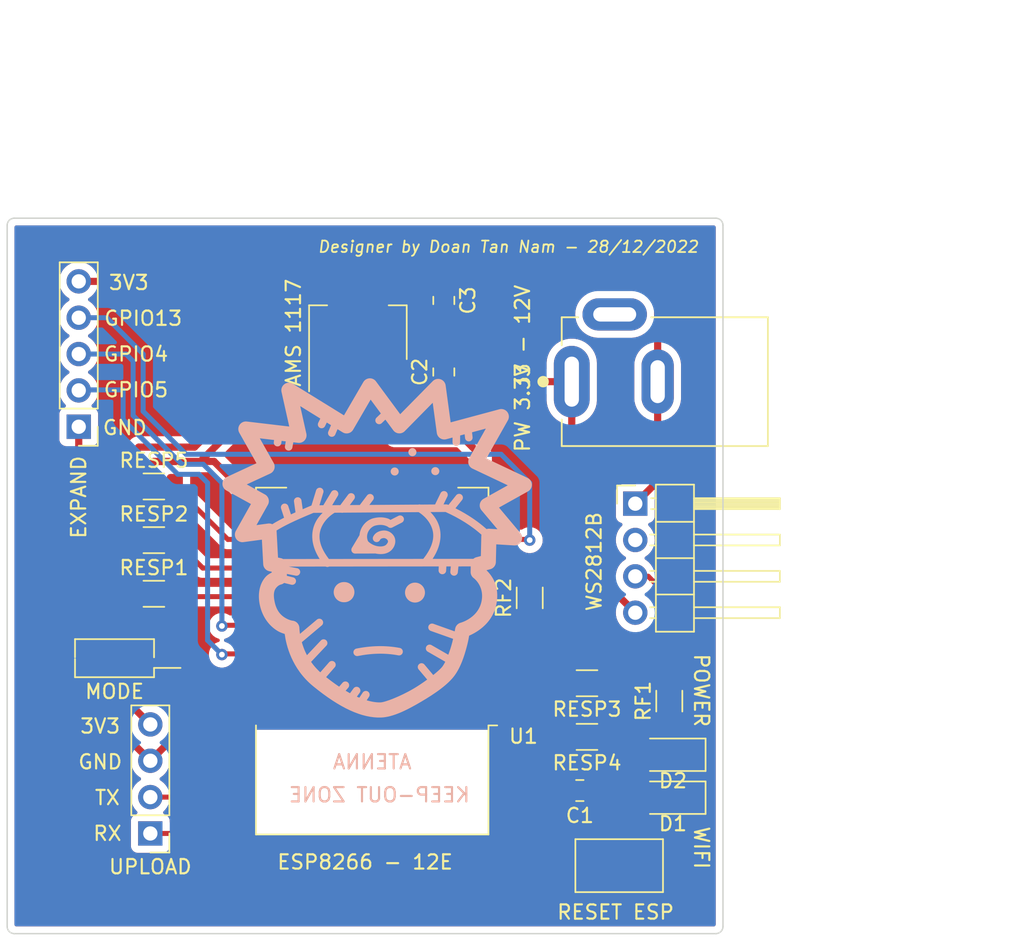
<source format=kicad_pcb>
(kicad_pcb (version 20211014) (generator pcbnew)
  (layers (0 "F.Cu" signal) (31 "B.Cu" signal) (34 "B.Paste" user) (35 "F.Paste" user) (36 "B.SilkS" user "B.Silkscreen") (37 "F.SilkS" user "F.Silkscreen") (38 "B.Mask" user) (39 "F.Mask" user) (44 "Edge.Cuts" user))
  (net 0 "")
  (net 1 "/nRST")
  (net 2 "GND")
  (net 3 "/VIN+")
  (net 4 "+3.3V")
  (net 5 "Net-(D1-Pad2)")
  (net 6 "/RX")
  (net 7 "/TX")
  (net 8 "/GPIO14")
  (net 10 "/GPIO0")
  (net 11 "/GPIO2")
  (net 12 "/EN")
  (net 13 "/GPIO15")
  (net 23 "Net-(D2-Pad2)")
  (net 24 "/GPIO12")
  (net 25 "/GPIO13")
  (net 26 "/GPIO5")
  (net 27 "/GPIO4")
  (footprint "Resistor_SMD:R_1206_3216Metric" (layer "F.Cu") (at 138.25 86.75 90)
    (fp_text reference "RF1")
    (fp_text value "330")
  )
  (footprint "Capacitor_SMD:C_0805_2012Metric" (layer "F.Cu") (at 132 93)
    (fp_text reference "C1")
    (fp_text value "470pF")
  )
  (footprint "LED_SMD:LED_1206_3216Metric" (layer "F.Cu") (at 138.5 93.5 180)
    (fp_text reference "D1")
    (fp_text value "LED_Filled")
  )
  (footprint "Resistor_SMD:R_1206_3216Metric" (layer "F.Cu") (at 128.5 79.5375 90)
    (fp_text reference "RF2")
    (fp_text value "330")
  )
  (footprint "PJ-002A:CUI_PJ-002A" (layer "F.Cu") (at 131.4375 64.425)
    (fp_text reference "J3")
    (fp_text value "PJ-002A")
  )
  (footprint "Resistor_SMD:R_1206_3216Metric" (layer "F.Cu") (at 132.5 89.25 180)
    (fp_text reference "RESP4")
    (fp_text value "10k")
  )
  (footprint "Package_TO_SOT_SMD:SOT-223-3_TabPin2" (layer "F.Cu") (at 116.5 61 90)
    (fp_text reference "AMS 1117")
    (fp_text value "AMS1117-3.3")
  )
  (footprint "Button_Switch_SMD:SW_DIP_SPSTx01_Slide_Copal_CHS-01B_W7.62mm_P1.27mm" (layer "F.Cu") (at 99.5 83.75 180)
    (fp_text reference "MODE")
    (fp_text value "SW_DIP_x01")
  )
  (footprint "LED_SMD:LED_1206_3216Metric" (layer "F.Cu") (at 138.5 90.5 180)
    (fp_text reference "D2")
    (fp_text value "LED_Filled")
  )
  (footprint "Connector_PinHeader_2.54mm:PinHeader_1x04_P2.54mm_Vertical" (layer "F.Cu") (at 102 96 180)
    (fp_text reference "UPLOAD")
    (fp_text value "Conn_01x04")
  )
  (footprint "Resistor_SMD:R_1206_3216Metric" (layer "F.Cu") (at 102.25 71.75)
    (fp_text reference "RESP5")
    (fp_text value "10k")
  )
  (footprint "Capacitor_SMD:C_0805_2012Metric" (layer "F.Cu") (at 122.5 58.75 -90)
    (fp_text reference "C3")
    (fp_text value "10uF")
  )
  (footprint "RF_Module:ESP-12E" (layer "F.Cu") (at 117.5 83.95 180)
    (fp_text reference "U1")
    (fp_text value "ESP-12E")
  )
  (footprint "Button_Switch_SMD:SW_SPST_CK_RS282G05A3" (layer "F.Cu") (at 134.75 98.25)
    (fp_text reference "RESET ESP")
    (fp_text value "SW_Push")
  )
  (footprint "Capacitor_SMD:C_0805_2012Metric" (layer "F.Cu") (at 122.5 63.75 90)
    (fp_text reference "C2")
    (fp_text value "10uF")
  )
  (footprint "Resistor_SMD:R_1206_3216Metric" (layer "F.Cu") (at 102.25 75.5)
    (fp_text reference "RESP2")
    (fp_text value "10k")
  )
  (footprint "Resistor_SMD:R_1206_3216Metric" (layer "F.Cu") (at 102.25 79.25)
    (fp_text reference "RESP1")
    (fp_text value "10k")
  )
  (footprint "Resistor_SMD:R_1206_3216Metric" (layer "F.Cu") (at 132.5 85.5 180)
    (fp_text reference "RESP3")
    (fp_text value "10k")
  )
  (footprint "Connector_PinHeader_2.54mm:PinHeader_1x04_P2.54mm_Horizontal" (layer "F.Cu") (at 135.875 72.95)
    (fp_text reference "WS2812B")
    (fp_text value "Conn_01x04")
  )
  (footprint "Connector_PinHeader_2.54mm:PinHeader_1x05_P2.54mm_Vertical" (layer "F.Cu") (at 97 67.575 180)
    (fp_text reference "EXPAND")
    (fp_text value "Conn_01x05")
  )
  (gr_poly (pts (xy 119.081187 70.421548) (xy 119.091325 70.422188) (xy 119.101425 70.423189) (xy 119.111478 70.42455) (xy 119.121473 70.426268) (xy 119.131398 70.428341) (xy 119.141245 70.430767) (xy 119.151001 70.433543) (xy 119.160658 70.436668) (xy 119.170204 70.440138) (xy 119.179629 70.443953) (xy 119.188922 70.44811) (xy 119.198073 70.452605) (xy 119.207072 70.457439) (xy 119.215908 70.462607) (xy 119.22457 70.468108) (xy 119.233048 70.47394) (xy 119.241333 70.480101) (xy 119.249412 70.486588) (xy 119.257276 70.493399) (xy 119.264914 70.500531) (xy 119.272316 70.507984) (xy 119.279471 70.515754) (xy 119.286369 70.523839) (xy 119.292999 70.532238) (xy 119.299351 70.540947) (xy 119.305415 70.549965) (xy 119.312924 70.562319) (xy 119.31973 70.574907) (xy 119.325836 70.587703) (xy 119.331249 70.600685) (xy 119.335972 70.613826) (xy 119.340012 70.627102) (xy 119.343373 70.64049) (xy 119.346061 70.653963) (xy 119.34808 70.667497) (xy 119.349436 70.681069) (xy 119.350134 70.694652) (xy 119.350178 70.708223) (xy 119.349574 70.721757) (xy 119.348327 70.735229) (xy 119.346442 70.748615) (xy 119.343924 70.76189) (xy 119.340778 70.775029) (xy 119.337009 70.788008) (xy 119.332623 70.800802) (xy 119.327624 70.813386) (xy 119.322017 70.825736) (xy 119.315808 70.837828) (xy 119.309002 70.849635) (xy 119.301603 70.861135) (xy 119.293617 70.872303) (xy 119.285049 70.883112) (xy 119.275904 70.89354) (xy 119.266186 70.903561) (xy 119.255902 70.913152) (xy 119.245056 70.922286) (xy 119.233653 70.930939) (xy 119.221699 70.939088) (xy 119.209345 70.946619) (xy 119.196757 70.953441) (xy 119.183961 70.959558) (xy 119.170979 70.964976) (xy 119.157838 70.9697) (xy 119.144562 70.973736) (xy 119.131174 70.977089) (xy 119.117701 70.979766) (xy 119.104167 70.98177) (xy 119.090595 70.983107) (xy 119.077012 70.983784) (xy 119.063441 70.983804) (xy 119.049907 70.983175) (xy 119.036435 70.9819) (xy 119.023049 70.979986) (xy 119.009774 70.977439) (xy 118.996635 70.974262) (xy 118.983656 70.970462) (xy 118.970863 70.966044) (xy 118.958278 70.961014) (xy 118.945928 70.955377) (xy 118.933837 70.949139) (xy 118.922029 70.942304) (xy 118.910529 70.934878) (xy 118.899362 70.926867) (xy 118.888552 70.918276) (xy 118.878124 70.909111) (xy 118.868103 70.899377) (xy 118.858512 70.889078) (xy 118.849378 70.878222) (xy 118.840724 70.866813) (xy 118.832576 70.854856) (xy 118.825043 70.842503) (xy 118.818217 70.82992) (xy 118.812093 70.81713) (xy 118.806666 70.804158) (xy 118.80193 70.791029) (xy 118.79788 70.777766) (xy 118.794511 70.764395) (xy 118.791817 70.750939) (xy 118.789794 70.737423) (xy 118.788437 70.723872) (xy 118.787739 70.71031) (xy 118.787696 70.696761) (xy 118.788302 70.68325) (xy 118.789553 70.669802) (xy 118.791443 70.65644) (xy 118.793967 70.643189) (xy 118.797119 70.630074) (xy 118.800895 70.61712) (xy 118.805289 70.604349) (xy 118.810296 70.591788) (xy 118.815911 70.57946) (xy 118.822128 70.56739) (xy 118.828943 70.555602) (xy 118.836349 70.544121) (xy 118.844343 70.532972) (xy 118.852918 70.522177) (xy 118.86207 70.511763) (xy 118.871792 70.501754) (xy 118.882081 70.492173) (xy 118.892931 70.483046) (xy 118.904336 70.474396) (xy 118.916291 70.466249) (xy 118.922436 70.462393) (xy 118.92864 70.458713) (xy 118.934901 70.455208) (xy 118.941215 70.451878) (xy 118.94758 70.448723) (xy 118.953993 70.445742) (xy 118.960452 70.442935) (xy 118.966953 70.440301) (xy 118.973494 70.43784) (xy 118.980072 70.435552) (xy 118.986684 70.433436) (xy 118.993327 70.431491) (xy 119 70.429719) (xy 119.006698 70.428117) (xy 119.013419 70.426686) (xy 119.020161 70.425425) (xy 119.030303 70.423849) (xy 119.040471 70.422648) (xy 119.050653 70.42182) (xy 119.060841 70.421362) (xy 119.071022 70.421272)) (layer "B.SilkS") (width 0) (fill solid))
  (gr_poly (pts (xy 119.457525 73.773609) (xy 119.468975 73.774171) (xy 119.480313 73.775219) (xy 119.491527 73.776744) (xy 119.502605 73.778736) (xy 119.513535 73.781186) (xy 119.524306 73.784085) (xy 119.534905 73.787424) (xy 119.545322 73.791194) (xy 119.555543 73.795386) (xy 119.565558 73.799991) (xy 119.575355 73.804999) (xy 119.584922 73.810401) (xy 119.594247 73.816189) (xy 119.603318 73.822353) (xy 119.612124 73.828884) (xy 119.620653 73.835773) (xy 119.628893 73.843011) (xy 119.636832 73.850589) (xy 119.644458 73.858498) (xy 119.651761 73.866728) (xy 119.658727 73.87527) (xy 119.665346 73.884116) (xy 119.671605 73.893256) (xy 119.677493 73.902681) (xy 119.682997 73.912382) (xy 119.688107 73.92235) (xy 119.69281 73.932576) (xy 119.697095 73.94305) (xy 119.70095 73.953764) (xy 119.704363 73.964708) (xy 119.707322 73.975874) (xy 119.709796 73.987157) (xy 119.711765 73.998451) (xy 119.713236 74.009742) (xy 119.714215 74.021016) (xy 119.714708 74.032261) (xy 119.714721 74.043462) (xy 119.714261 74.054607) (xy 119.713335 74.065681) (xy 119.711948 74.076672) (xy 119.710106 74.087565) (xy 119.707817 74.098348) (xy 119.705086 74.109006) (xy 119.701919 74.119526) (xy 119.698324 74.129896) (xy 119.694305 74.1401) (xy 119.689871 74.150127) (xy 119.685026 74.159962) (xy 119.679777 74.169592) (xy 119.67413 74.179003) (xy 119.668093 74.188182) (xy 119.66167 74.197115) (xy 119.654869 74.20579) (xy 119.647695 74.214192) (xy 119.640155 74.222307) (xy 119.632256 74.230124) (xy 119.624003 74.237627) (xy 119.615402 74.244804) (xy 119.606461 74.25164) (xy 119.597186 74.258124) (xy 119.587582 74.26424) (xy 119.577656 74.269976) (xy 119.567414 74.275318) (xy 118.901822 74.615866) (xy 118.883854 74.624204) (xy 118.865502 74.631114) (xy 118.846842 74.636605) (xy 118.827951 74.640684) (xy 118.808908 74.643362) (xy 118.789788 74.644646) (xy 118.77067 74.644546) (xy 118.75163 74.64307) (xy 118.732746 74.640227) (xy 118.714095 74.636026) (xy 118.695753 74.630476) (xy 118.6778 74.623585) (xy 118.66031 74.615363) (xy 118.643362 74.605818) (xy 118.627033 74.594958) (xy 118.6114 74.582793) (xy 118.600713 74.574475) (xy 118.586578 74.564932) (xy 118.565891 74.552558) (xy 118.552929 74.545488) (xy 118.538135 74.537925) (xy 118.521445 74.529938) (xy 118.502793 74.5216) (xy 118.482115 74.512982) (xy 118.459347 74.504155) (xy 118.434423 74.49519) (xy 118.407279 74.486159) (xy 118.347098 74.468904) (xy 118.314262 74.461124) (xy 118.279573 74.454106) (xy 118.243014 74.448001) (xy 118.204569 74.442956) (xy 118.164221 74.43912) (xy 118.121955 74.436642) (xy 118.077752 74.435672) (xy 118.031598 74.436357) (xy 117.983475 74.438847) (xy 117.933366 74.44329) (xy 117.881255 74.449836) (xy 117.827127 74.458633) (xy 117.770963 74.469829) (xy 117.712747 74.483575) (xy 117.680167 74.49297) (xy 117.64751 74.504574) (xy 117.582429 74.534153) (xy 117.518421 74.571802) (xy 117.456403 74.617011) (xy 117.397291 74.669267) (xy 117.342003 74.72806) (xy 117.291455 74.792878) (xy 117.268246 74.827388) (xy 117.246566 74.863212) (xy 117.226529 74.900287) (xy 117.20825 74.938549) (xy 117.191844 74.977935) (xy 117.177426 75.01838) (xy 117.16511 75.05982) (xy 117.15501 75.102192) (xy 117.147242 75.145432) (xy 117.14192 75.189475) (xy 117.139158 75.234258) (xy 117.139072 75.279718) (xy 117.141775 75.325789) (xy 117.147383 75.372409) (xy 117.15601 75.419514) (xy 117.16777 75.467039) (xy 117.182779 75.514921) (xy 117.201151 75.563095) (xy 117.208334 75.575515) (xy 117.220822 75.591186) (xy 117.238319 75.60967) (xy 117.260532 75.63053) (xy 117.287165 75.653327) (xy 117.317924 75.677624) (xy 117.352515 75.702983) (xy 117.390643 75.728965) (xy 117.432015 75.755134) (xy 117.476334 75.781051) (xy 117.523308 75.806278) (xy 117.572641 75.830378) (xy 117.624039 75.852912) (xy 117.677207 75.873443) (xy 117.731852 75.891533) (xy 117.787678 75.906743) (xy 117.843728 75.919017) (xy 117.899102 75.928615) (xy 117.953585 75.935582) (xy 118.006966 75.939958) (xy 118.059032 75.941787) (xy 118.109572 75.941112) (xy 118.158372 75.937975) (xy 118.205221 75.932418) (xy 118.249906 75.924484) (xy 118.292214 75.914216) (xy 118.331934 75.901657) (xy 118.368854 75.886848) (xy 118.386197 75.878614) (xy 118.40276 75.869833) (xy 118.418517 75.860511) (xy 118.433441 75.850654) (xy 118.447505 75.840266) (xy 118.460684 75.829353) (xy 118.47295 75.817921) (xy 118.484277 75.805974) (xy 118.498475 75.789713) (xy 118.511602 75.774081) (xy 118.52369 75.759056) (xy 118.534769 75.744617) (xy 118.544872 75.73074) (xy 118.554029 75.717403) (xy 118.562271 75.704585) (xy 118.56963 75.692263) (xy 118.576136 75.680414) (xy 118.581821 75.669018) (xy 118.586717 75.658051) (xy 118.590853 75.647491) (xy 118.594263 75.637316) (xy 118.596976 75.627505) (xy 118.599024 75.618034) (xy 118.600438 75.608881) (xy 118.601249 75.600025) (xy 118.601489 75.591443) (xy 118.601188 75.583113) (xy 118.600379 75.575013) (xy 118.599091 75.56712) (xy 118.597357 75.559413) (xy 118.595207 75.551868) (xy 118.592673 75.544465) (xy 118.589786 75.53718) (xy 118.586577 75.529992) (xy 118.579318 75.515817) (xy 118.571145 75.501761) (xy 118.562308 75.487647) (xy 118.557529 75.480588) (xy 118.552293 75.473617) (xy 118.540547 75.459982) (xy 118.527263 75.446824) (xy 118.512633 75.434223) (xy 118.496852 75.42226) (xy 118.480112 75.411016) (xy 118.462605 75.400571) (xy 118.444524 75.391007) (xy 118.426063 75.382404) (xy 118.407414 75.374843) (xy 118.38877 75.368404) (xy 118.370324 75.363168) (xy 118.352268 75.359217) (xy 118.334797 75.35663) (xy 118.318101 75.355488) (xy 118.302376 75.355873) (xy 118.289936 75.35694) (xy 118.277955 75.358174) (xy 118.266423 75.359569) (xy 118.255331 75.361116) (xy 118.244666 75.362808) (xy 118.23442 75.364638) (xy 118.224581 75.366597) (xy 118.215139 75.368678) (xy 118.206084 75.370874) (xy 118.197405 75.373177) (xy 118.189092 75.375578) (xy 118.181135 75.378072) (xy 118.173524 75.380649) (xy 118.166247 75.383303) (xy 118.159294 75.386026) (xy 118.152656 75.38881) (xy 118.14028 75.39453) (xy 118.129035 75.400404) (xy 118.11884 75.40637) (xy 118.10961 75.412368) (xy 118.101262 75.418336) (xy 118.093714 75.424214) (xy 118.086882 75.42994) (xy 118.080684 75.435455) (xy 118.075194 75.44048) (xy 118.070502 75.444815) (xy 118.066548 75.44851) (xy 118.063269 75.451615) (xy 118.060605 75.454181) (xy 118.058494 75.456258) (xy 118.056875 75.457898) (xy 118.055687 75.45915) (xy 118.055235 75.459646) (xy 118.054868 75.460065) (xy 118.054578 75.460412) (xy 118.054357 75.460694) (xy 118.054198 75.460917) (xy 118.054093 75.461088) (xy 118.054034 75.461212) (xy 118.054014 75.461297) (xy 118.054026 75.461347) (xy 118.05406 75.461371) (xy 118.05411 75.461374) (xy 118.054168 75.461362) (xy 118.054329 75.461293) (xy 118.047705 75.477946) (xy 118.040038 75.493983) (xy 118.031372 75.509367) (xy 118.021752 75.524061) (xy 118.011223 75.538026) (xy 117.999829 75.551227) (xy 117.987616 75.563625) (xy 117.974628 75.575184) (xy 117.96091 75.585866) (xy 117.946506 75.595634) (xy 117.931462 75.604451) (xy 117.915822 75.612279) (xy 117.89963 75.619082) (xy 117.882932 75.624821) (xy 117.865772 75.629459) (xy 117.848196 75.632961) (xy 117.830423 75.635268) (xy 117.812682 75.636364) (xy 117.795025 75.636269) (xy 117.777508 75.635006) (xy 117.760185 75.632594) (xy 117.743111 75.629054) (xy 117.726338 75.624409) (xy 117.709923 75.618678) (xy 117.693919 75.611883) (xy 117.678381 75.604044) (xy 117.663362 75.595183) (xy 117.648918 75.58532) (xy 117.635102 75.574478) (xy 117.62197 75.562676) (xy 117.609574 75.549935) (xy 117.59797 75.536277) (xy 117.587314 75.521867) (xy 117.577731 75.506896) (xy 117.56923 75.49142) (xy 117.561819 75.475498) (xy 117.555506 75.459187) (xy 117.550298 75.442545) (xy 117.546205 75.42563) (xy 117.543233 75.408499) (xy 117.541391 75.39121) (xy 117.540688 75.37382) (xy 117.54113 75.356388) (xy 117.542727 75.338971) (xy 117.545487 75.321627) (xy 117.549416 75.304413) (xy 117.554524 75.287387) (xy 117.560819 75.270607) (xy 117.570758 75.249441) (xy 117.583282 75.225616) (xy 117.600932 75.195302) (xy 117.611699 75.178261) (xy 117.623773 75.160255) (xy 117.637162 75.141505) (xy 117.651873 75.12223) (xy 117.667916 75.102649) (xy 117.685299 75.082981) (xy 117.704029 75.063447) (xy 117.724116 75.044264) (xy 117.745718 75.025405) (xy 117.768981 75.006766) (xy 117.793891 74.988454) (xy 117.820435 74.970572) (xy 117.8486 74.953229) (xy 117.878371 74.93653) (xy 117.909737 74.92058) (xy 117.942683 74.905486) (xy 117.977196 74.891354) (xy 118.013263 74.878289) (xy 118.050871 74.866398) (xy 118.090006 74.855787) (xy 118.130655 74.846561) (xy 118.172804 74.838827) (xy 118.21644 74.83269) (xy 118.261551 74.828257) (xy 118.289486 74.826571) (xy 118.317318 74.825838) (xy 118.345025 74.82605) (xy 118.372589 74.827198) (xy 118.399991 74.829272) (xy 118.427211 74.832263) (xy 118.454229 74.836163) (xy 118.481027 74.840962) (xy 118.507586 74.846652) (xy 118.533885 74.853222) (xy 118.559905 74.860665) (xy 118.585628 74.868971) (xy 118.611034 74.878131) (xy 118.636103 74.888136) (xy 118.660816 74.898977) (xy 118.685154 74.910644) (xy 118.709097 74.92313) (xy 118.732627 74.936424) (xy 118.755723 74.950518) (xy 118.778367 74.965403) (xy 118.800539 74.981069) (xy 118.82222 74.997508) (xy 118.84339 75.01471) (xy 118.864031 75.032667) (xy 118.884122 75.051369) (xy 118.903644 75.070807) (xy 118.922579 75.090973) (xy 118.940907 75.111857) (xy 118.958608 75.13345) (xy 118.975663 75.155743) (xy 118.992053 75.178727) (xy 119.007759 75.202394) (xy 119.036298 75.251964) (xy 119.060423 75.304434) (xy 119.080038 75.359474) (xy 119.095043 75.416749) (xy 119.105342 75.475928) (xy 119.110837 75.536677) (xy 119.111431 75.598664) (xy 119.107026 75.661556) (xy 119.097524 75.725022) (xy 119.082829 75.788727) (xy 119.062841 75.85234) (xy 119.037465 75.915528) (xy 119.006602 75.977958) (xy 118.970155 76.039297) (xy 118.949806 76.069454) (xy 118.928026 76.099214) (xy 118.9048 76.128534) (xy 118.880117 76.157375) (xy 118.851321 76.188294) (xy 118.821585 76.217387) (xy 118.790953 76.244693) (xy 118.759468 76.27025) (xy 118.727173 76.294095) (xy 118.694111 76.316267) (xy 118.625859 76.355743) (xy 118.555056 76.388984) (xy 118.482048 76.416293) (xy 118.407179 76.437977) (xy 118.330795 76.454338) (xy 118.25324 76.465683) (xy 118.174859 76.472316) (xy 118.095997 76.474541) (xy 118.016999 76.472664) (xy 117.93821 76.466989) (xy 117.859975 76.457821) (xy 117.782639 76.445465) (xy 117.706546 76.430226) (xy 117.699891 76.431407) (xy 117.693212 76.432417) (xy 117.686512 76.433256) (xy 117.679793 76.433924) (xy 117.673059 76.43442) (xy 117.666314 76.434745) (xy 117.659561 76.434897) (xy 117.652802 76.434877) (xy 116.307148 76.438494) (xy 116.298208 76.438382) (xy 116.289318 76.437972) (xy 116.280481 76.437267) (xy 116.271706 76.43627) (xy 116.262998 76.434985) (xy 116.254363 76.433416) (xy 116.245807 76.431566) (xy 116.237337 76.429439) (xy 116.228959 76.427039) (xy 116.22068 76.424369) (xy 116.212505 76.421432) (xy 116.20444 76.418233) (xy 116.196492 76.414775) (xy 116.188667 76.411061) (xy 116.180972 76.407095) (xy 116.173412 76.402881) (xy 116.165993 76.398423) (xy 116.158723 76.393723) (xy 116.151606 76.388786) (xy 116.14465 76.383615) (xy 116.137861 76.378213) (xy 116.131244 76.372585) (xy 116.124806 76.366734) (xy 116.118553 76.360663) (xy 116.112492 76.354376) (xy 116.106629 76.347877) (xy 116.100969 76.34117) (xy 116.095519 76.334257) (xy 116.090285 76.327143) (xy 116.085274 76.31983) (xy 116.080492 76.312324) (xy 116.075945 76.304627) (xy 116.067657 76.288831) (xy 116.060505 76.272647) (xy 116.054489 76.256132) (xy 116.049607 76.239344) (xy 116.045859 76.22234) (xy 116.043244 76.205177) (xy 116.041761 76.187914) (xy 116.04141 76.170608) (xy 116.042189 76.153315) (xy 116.0441 76.136094) (xy 116.047139 76.119002) (xy 116.051307 76.102096) (xy 116.056604 76.085434) (xy 116.063028 76.069073) (xy 116.070578 76.053071) (xy 116.079255 76.037485) (xy 116.156875 75.908294) (xy 116.774303 75.908294) (xy 116.789806 75.908294) (xy 116.789297 75.907551) (xy 116.78877 75.906822) (xy 116.788228 75.906106) (xy 116.787675 75.905399) (xy 116.786541 75.904007) (xy 116.78539 75.90263) (xy 116.784242 75.90125) (xy 116.783117 75.89985) (xy 116.78257 75.899138) (xy 116.782037 75.898414) (xy 116.781519 75.897677) (xy 116.781021 75.896925) (xy 116.774303 75.908294) (xy 116.156875 75.908294) (xy 116.612039 75.150717) (xy 116.617322 75.097282) (xy 116.624766 75.044444) (xy 116.634316 74.992248) (xy 116.645919 74.940743) (xy 116.659519 74.889975) (xy 116.675062 74.839992) (xy 116.692494 74.790841) (xy 116.71176 74.742569) (xy 116.732806 74.695223) (xy 116.755576 74.64885) (xy 116.780016 74.603498) (xy 116.806073 74.559213) (xy 116.83369 74.516044) (xy 116.862815 74.474037) (xy 116.893391 74.433239) (xy 116.925366 74.393697) (xy 116.958683 74.35546) (xy 116.993289 74.318573) (xy 117.029128 74.283084) (xy 117.066148 74.249041) (xy 117.104292 74.21649) (xy 117.143506 74.185479) (xy 117.183737 74.156054) (xy 117.224928 74.128264) (xy 117.267027 74.102155) (xy 117.309977 74.077774) (xy 117.353726 74.055168) (xy 117.398217 74.034386) (xy 117.443397 74.015473) (xy 117.489211 73.998478) (xy 117.535604 73.983447) (xy 117.582522 73.970428) (xy 117.659122 73.952414) (xy 117.733937 73.937675) (xy 117.806922 73.926044) (xy 117.878032 73.917354) (xy 117.947221 73.911438) (xy 118.014443 73.90813) (xy 118.079653 73.907262) (xy 118.142806 73.90867) (xy 118.203857 73.912184) (xy 118.262759 73.91764) (xy 118.319467 73.92487) (xy 118.373935 73.933707) (xy 118.42612 73.943985) (xy 118.475974 73.955537) (xy 118.523452 73.968196) (xy 118.568509 73.981796) (xy 118.590777 73.989142) (xy 118.61066 73.996157) (xy 118.628399 74.002889) (xy 118.644238 74.009387) (xy 118.658417 74.015699) (xy 118.67118 74.021874) (xy 118.682769 74.02796) (xy 118.693425 74.034005) (xy 118.703391 74.040057) (xy 118.71291 74.046165) (xy 118.731572 74.058744) (xy 118.75135 74.072126) (xy 118.762263 74.07924) (xy 118.774181 74.0867) (xy 119.326602 73.80403) (xy 119.333556 73.800495) (xy 119.3406 73.797171) (xy 119.347729 73.794061) (xy 119.35494 73.791164) (xy 119.362226 73.788482) (xy 119.369582 73.786017) (xy 119.377005 73.783769) (xy 119.384489 73.781741) (xy 119.392029 73.779932) (xy 119.39962 73.778345) (xy 119.407258 73.77698) (xy 119.414938 73.77584) (xy 119.422654 73.774924) (xy 119.430402 73.774235) (xy 119.438177 73.773773) (xy 119.445974 73.773541)) (layer "B.SilkS") (width 0) (fill solid))
  (gr_poly (pts (xy 117.354629 64.190663) (xy 117.384737 64.192574) (xy 117.414515 64.19617) (xy 117.443902 64.201419) (xy 117.472833 64.208288) (xy 117.501248 64.216745) (xy 117.529084 64.226756) (xy 117.556278 64.238288) (xy 117.582767 64.251309) (xy 117.60849 64.265786) (xy 117.633384 64.281686) (xy 117.657387 64.298975) (xy 117.680435 64.317622) (xy 117.702467 64.337592) (xy 117.72342 64.358854) (xy 117.743232 64.381375) (xy 117.76184 64.405121) (xy 119.454243 66.698004) (xy 121.726971 64.388584) (xy 121.75432 64.362683) (xy 121.78317 64.338997) (xy 121.813389 64.317557) (xy 121.844848 64.298395) (xy 121.877416 64.281543) (xy 121.910961 64.267031) (xy 121.945354 64.254891) (xy 121.980463 64.245155) (xy 122.016159 64.237854) (xy 122.052309 64.233019) (xy 122.088784 64.230682) (xy 122.125453 64.230875) (xy 122.162186 64.233629) (xy 122.19885 64.238974) (xy 122.235317 64.246944) (xy 122.271455 64.257569) (xy 122.306748 64.270727) (xy 122.340714 64.286208) (xy 122.373265 64.303908) (xy 122.404317 64.323723) (xy 122.433782 64.34555) (xy 122.461577 64.369285) (xy 122.487614 64.394825) (xy 122.511808 64.422067) (xy 122.534074 64.450906) (xy 122.554325 64.481239) (xy 122.572476 64.512964) (xy 122.588441 64.545975) (xy 122.602134 64.580171) (xy 122.61347 64.615446) (xy 122.622362 64.651699) (xy 122.628726 64.688824) (xy 122.978059 67.269545) (xy 126.378884 66.355389) (xy 126.39821 66.350602) (xy 126.417593 66.346563) (xy 126.437015 66.343266) (xy 126.456457 66.340704) (xy 126.475902 66.338872) (xy 126.495329 66.337763) (xy 126.514722 66.337371) (xy 126.534061 66.33769) (xy 126.553327 66.338712) (xy 126.572503 66.340433) (xy 126.610508 66.345945) (xy 126.647928 66.354175) (xy 126.684615 66.365072) (xy 126.72042 66.378587) (xy 126.755195 66.394671) (xy 126.788791 66.413272) (xy 126.805102 66.423502) (xy 126.821062 66.434342) (xy 126.836654 66.445787) (xy 126.851858 66.457831) (xy 126.866657 66.470466) (xy 126.881032 66.483688) (xy 126.894964 66.497489) (xy 126.908435 66.511863) (xy 126.921426 66.526805) (xy 126.933919 66.542307) (xy 126.95706 66.574568) (xy 126.977527 66.608122) (xy 126.995307 66.642814) (xy 127.01039 66.678489) (xy 127.022763 66.714989) (xy 127.032415 66.752159) (xy 127.039336 66.789843) (xy 127.043512 66.827885) (xy 127.044934 66.866129) (xy 127.043589 66.90442) (xy 127.039466 66.942601) (xy 127.032553 66.980516) (xy 127.02284 67.01801) (xy 127.010314 67.054926) (xy 126.994965 67.091108) (xy 126.976781 67.126402) (xy 125.47403 69.790322) (xy 128.349307 71.152512) (xy 128.382156 71.169479) (xy 128.413474 71.18852) (xy 128.443189 71.209527) (xy 128.471233 71.232395) (xy 128.497534 71.257016) (xy 128.522023 71.283285) (xy 128.544631 71.311095) (xy 128.565287 71.340339) (xy 128.583921 71.370911) (xy 128.600463 71.402705) (xy 128.614844 71.435614) (xy 128.626993 71.469531) (xy 128.636841 71.50435) (xy 128.644317 71.539964) (xy 128.649352 71.576268) (xy 128.651875 71.613155) (xy 128.652173 71.631686) (xy 128.651827 71.650127) (xy 128.650845 71.668466) (xy 128.649234 71.686687) (xy 128.647003 71.704777) (xy 128.644159 71.722722) (xy 128.640711 71.740509) (xy 128.636665 71.758123) (xy 128.63203 71.77555) (xy 128.626814 71.792777) (xy 128.621024 71.80979) (xy 128.614669 71.826575) (xy 128.607756 71.843118) (xy 128.600293 71.859405) (xy 128.592287 71.875423) (xy 128.583747 71.891156) (xy 128.574681 71.906593) (xy 128.565096 71.921718) (xy 128.555 71.936518) (xy 128.544402 71.950979) (xy 128.533308 71.965087) (xy 128.521726 71.978829) (xy 128.509665 71.99219) (xy 128.497133 72.005156) (xy 128.484136 72.017714) (xy 128.470683 72.02985) (xy 128.456783 72.04155) (xy 128.442441 72.0528) (xy 128.427668 72.063586) (xy 128.412469 72.073895) (xy 128.396854 72.083712) (xy 128.38083 72.093024) (xy 126.355113 73.223704) (xy 127.848561 75.002406) (xy 127.872802 75.033529) (xy 127.894457 75.066036) (xy 127.913506 75.099773) (xy 127.929932 75.134589) (xy 127.943719 75.170332) (xy 127.954847 75.206847) (xy 127.963299 75.243984) (xy 127.969057 75.28159) (xy 127.972103 75.319511) (xy 127.972421 75.357596) (xy 127.969991 75.395693) (xy 127.964796 75.433648) (xy 127.956819 75.471309) (xy 127.946041 75.508523) (xy 127.932445 75.545139) (xy 127.916013 75.581003) (xy 127.896967 75.615551) (xy 127.875629 75.648266) (xy 127.852133 75.679073) (xy 127.826612 75.707894) (xy 127.7992 75.734654) (xy 127.770028 75.759276) (xy 127.73923 75.781684) (xy 127.70694 75.801801) (xy 127.673291 75.81955) (xy 127.638415 75.834855) (xy 127.602446 75.847641) (xy 127.565517 75.857829) (xy 127.527761 75.865345) (xy 127.489311 75.87011) (xy 127.450301 75.87205) (xy 127.410863 75.871087) (xy 126.164944 75.794089) (xy 126.137038 77.03329) (xy 126.136096 77.055334) (xy 126.134256 77.077169) (xy 126.131536 77.098775) (xy 126.12795 77.120132) (xy 126.123516 77.141219) (xy 126.11825 77.162016) (xy 126.112167 77.182502) (xy 126.105284 77.202656) (xy 126.097618 77.222458) (xy 126.089184 77.241887) (xy 126.079998 77.260924) (xy 126.070077 77.279546) (xy 126.059438 77.297735) (xy 126.048095 77.315469) (xy 126.036066 77.332727) (xy 126.023367 77.34949) (xy 126.010013 77.365737) (xy 125.996022 77.381446) (xy 125.981409 77.396599) (xy 125.96619 77.411173) (xy 125.950382 77.425149) (xy 125.934001 77.438506) (xy 125.917062 77.451224) (xy 125.899583 77.463281) (xy 125.88158 77.474659) (xy 125.863068 77.485334) (xy 125.844064 77.495289) (xy 125.824584 77.504501) (xy 125.804645 77.512951) (xy 125.784262 77.520617) (xy 125.763452 77.52748) (xy 125.74223 77.533518) (xy 125.479197 77.602247) (xy 125.60663 77.735208) (xy 125.675677 77.814586) (xy 125.746388 77.902918) (xy 125.817349 78.00047) (xy 125.887143 78.107508) (xy 125.954355 78.224298) (xy 126.017567 78.351106) (xy 126.075365 78.4882) (xy 126.126332 78.635844) (xy 126.169051 78.794306) (xy 126.202108 78.96385) (xy 126.224086 79.144745) (xy 126.233569 79.337255) (xy 126.229141 79.541647) (xy 126.221268 79.648382) (xy 126.209386 79.758187) (xy 126.189104 79.89495) (xy 126.163296 80.0271) (xy 126.132252 80.154704) (xy 126.096266 80.277828) (xy 126.05563 80.396538) (xy 126.010637 80.510901) (xy 125.961579 80.620983) (xy 125.908748 80.726852) (xy 125.852437 80.828572) (xy 125.792938 80.926211) (xy 125.730545 81.019835) (xy 125.665548 81.109511) (xy 125.598242 81.195304) (xy 125.528917 81.277282) (xy 125.457868 81.35551) (xy 125.385385 81.430056) (xy 125.237292 81.568365) (xy 125.086977 81.692739) (xy 124.936779 81.803711) (xy 124.78904 81.901811) (xy 124.646097 81.987572) (xy 124.510292 82.061524) (xy 124.383964 82.124199) (xy 124.269452 82.176128) (xy 124.245536 82.31513) (xy 124.214803 82.479519) (xy 124.193863 82.578997) (xy 124.167599 82.694138) (xy 124.134803 82.828047) (xy 124.09427 82.983831) (xy 124.02847 83.221714) (xy 123.954483 83.468115) (xy 123.871148 83.719599) (xy 123.777305 83.972733) (xy 123.72608 84.098844) (xy 123.671793 84.22408) (xy 123.614299 84.348011) (xy 123.553453 84.470208) (xy 123.48911 84.590241) (xy 123.421125 84.707681) (xy 123.349353 84.822099) (xy 123.273648 84.933065) (xy 123.182767 85.053319) (xy 123.081854 85.173385) (xy 122.971444 85.293192) (xy 122.852071 85.41267) (xy 122.72427 85.531748) (xy 122.588576 85.650355) (xy 122.445523 85.76842) (xy 122.295647 85.885873) (xy 122.139481 86.002643) (xy 121.97756 86.118659) (xy 121.638595 86.348147) (xy 121.283027 86.573772) (xy 120.915135 86.794967) (xy 120.543548 87.00878) (xy 120.175068 87.209698) (xy 119.992477 87.303945) (xy 119.81124 87.393317) (xy 119.631551 87.477262) (xy 119.453604 87.555231) (xy 119.27759 87.626672) (xy 119.103702 87.691035) (xy 118.932133 87.74777) (xy 118.763077 87.796326) (xy 118.596725 87.836151) (xy 118.43327 87.866696) (xy 118.272905 87.88741) (xy 118.115824 87.897742) (xy 117.860769 87.897029) (xy 117.601398 87.878678) (xy 117.337463 87.842587) (xy 117.068715 87.788654) (xy 116.794908 87.716779) (xy 116.515792 87.626859) (xy 116.23112 87.518793) (xy 115.940644 87.392479) (xy 115.644116 87.247816) (xy 115.341288 87.084702) (xy 115.031911 86.903036) (xy 114.715739 86.702716) (xy 114.392522 86.48364) (xy 114.062013 86.245707) (xy 113.723965 85.988815) (xy 113.378128 85.712863) (xy 113.23947 85.595776) (xy 113.107294 85.476397) (xy 112.981445 85.354975) (xy 112.861769 85.231758) (xy 112.748108 85.106991) (xy 112.64031 84.980924) (xy 112.538217 84.853802) (xy 112.441676 84.725874) (xy 112.264626 84.468587) (xy 112.107918 84.211043) (xy 111.97031 83.955219) (xy 111.850562 83.703095) (xy 111.747431 83.456649) (xy 111.659676 83.217861) (xy 111.586056 82.988709) (xy 111.525329 82.771173) (xy 111.476253 82.567231) (xy 111.437587 82.378861) (xy 111.386519 82.056756) (xy 111.26735 82.016733) (xy 111.206074 81.994843) (xy 111.14346 81.970753) (xy 111.079351 81.943751) (xy 111.046686 81.928935) (xy 111.013588 81.913126) (xy 110.980038 81.896233) (xy 110.946015 81.878167) (xy 110.9115 81.858841) (xy 110.876472 81.838165) (xy 110.784787 81.779645) (xy 110.69233 81.714404) (xy 110.599695 81.642328) (xy 110.507476 81.563306) (xy 110.416265 81.477224) (xy 110.326656 81.38397) (xy 110.239241 81.283429) (xy 110.154615 81.17549) (xy 110.07337 81.060039) (xy 109.996099 80.936964) (xy 109.923396 80.806151) (xy 109.855854 80.667488) (xy 109.794066 80.520861) (xy 109.738625 80.366159) (xy 109.690124 80.203267) (xy 109.649157 80.032073) (xy 109.63223 79.946249) (xy 109.617907 79.861794) (xy 109.606125 79.778724) (xy 109.596819 79.697053) (xy 109.589925 79.616797) (xy 109.585379 79.53797) (xy 109.583117 79.460588) (xy 109.583077 79.389796) (xy 110.63045 79.389796) (xy 110.635113 79.48208) (xy 110.645403 79.583109) (xy 110.661792 79.693403) (xy 110.684753 79.813482) (xy 110.698214 79.873805) (xy 110.712669 79.932037) (xy 110.728082 79.988223) (xy 110.744416 80.042408) (xy 110.761633 80.094638) (xy 110.779697 80.144958) (xy 110.798571 80.193416) (xy 110.818217 80.240055) (xy 110.838599 80.284922) (xy 110.859679 80.328062) (xy 110.881421 80.369522) (xy 110.903788 80.409347) (xy 110.926742 80.447581) (xy 110.950246 80.484273) (xy 110.974264 80.519466) (xy 110.998759 80.553206) (xy 111.04903 80.616513) (xy 111.100762 80.674557) (xy 111.153661 80.727706) (xy 111.207429 80.776323) (xy 111.26177 80.820775) (xy 111.31639 80.861428) (xy 111.37099 80.898645) (xy 111.425276 80.932794) (xy 111.452098 80.948718) (xy 111.478514 80.963771) (xy 111.504496 80.977976) (xy 111.530014 80.991358) (xy 111.555039 81.00394) (xy 111.579541 81.015747) (xy 111.626861 81.037131) (xy 111.67174 81.055702) (xy 111.713944 81.07165) (xy 111.75324 81.085169) (xy 111.789393 81.096449) (xy 111.822169 81.105684) (xy 111.851334 81.113065) (xy 111.876654 81.118783) (xy 111.897895 81.123032) (xy 111.927206 81.127886) (xy 111.937393 81.129163) (xy 111.962392 81.132337) (xy 111.98699 81.136642) (xy 112.011163 81.142051) (xy 112.034884 81.148536) (xy 112.058128 81.156067) (xy 112.08087 81.164618) (xy 112.103083 81.17416) (xy 112.124744 81.184665) (xy 112.145825 81.196105) (xy 112.166302 81.208452) (xy 112.186149 81.221678) (xy 112.205341 81.235754) (xy 112.223852 81.250653) (xy 112.241657 81.266346) (xy 112.258729 81.282806) (xy 112.275045 81.300003) (xy 112.290577 81.317911) (xy 112.305301 81.336502) (xy 112.319192 81.355746) (xy 112.332223 81.375616) (xy 112.344369 81.396083) (xy 112.355606 81.417121) (xy 112.365906 81.4387) (xy 112.375245 81.460792) (xy 112.383598 81.48337) (xy 112.390938 81.506405) (xy 112.39724 81.52987) (xy 112.40248 81.553735) (xy 112.40663 81.577974) (xy 112.409667 81.602557) (xy 112.411564 81.627457) (xy 112.412296 81.652646) (xy 112.413614 81.68084) (xy 112.419213 81.760945) (xy 112.424389 81.818367) (xy 112.43156 81.886249) (xy 112.441034 81.963752) (xy 112.45312 82.050037) (xy 113.63186 81.056817) (xy 113.640411 81.049651) (xy 113.649229 81.042871) (xy 113.6583 81.036485) (xy 113.66761 81.030498) (xy 113.677146 81.024914) (xy 113.686894 81.019739) (xy 113.696841 81.014979) (xy 113.706974 81.010639) (xy 113.717278 81.006725) (xy 113.727741 81.003243) (xy 113.738349 81.000196) (xy 113.749088 80.997592) (xy 113.759945 80.995435) (xy 113.770907 80.993731) (xy 113.78196 80.992486) (xy 113.79309 80.991704) (xy 113.803728 80.991405) (xy 113.814303 80.99153) (xy 113.824803 80.992072) (xy 113.835219 80.993025) (xy 113.845541 80.994383) (xy 113.85576 80.996139) (xy 113.865865 80.998286) (xy 113.875846 81.000819) (xy 113.885693 81.00373) (xy 113.895397 81.007014) (xy 113.904948 81.010663) (xy 113.914335 81.014673) (xy 113.92355 81.019035) (xy 113.932581 81.023743) (xy 113.941419 81.028792) (xy 113.950054 81.034174) (xy 113.958477 81.039884) (xy 113.966677 81.045915) (xy 113.974644 81.052259) (xy 113.982369 81.058912) (xy 113.989841 81.065866) (xy 113.997051 81.073115) (xy 114.003989 81.080653) (xy 114.010644 81.088473) (xy 114.017008 81.096569) (xy 114.02307 81.104934) (xy 114.028819 81.113561) (xy 114.034248 81.122446) (xy 114.039344 81.13158) (xy 114.044099 81.140957) (xy 114.048502 81.150572) (xy 114.052544 81.160417) (xy 114.05619 81.170416) (xy 114.059414 81.180487) (xy 114.062218 81.190621) (xy 114.064605 81.200805) (xy 114.066579 81.211027) (xy 114.068143 81.221276) (xy 114.069299 81.231542) (xy 114.07005 81.241812) (xy 114.0704 81.252075) (xy 114.070351 81.262319) (xy 114.069907 81.272534) (xy 114.06907 81.282707) (xy 114.067844 81.292828) (xy 114.06623 81.302884) (xy 114.064234 81.312865) (xy 114.061856 81.322759) (xy 114.059101 81.332554) (xy 114.055971 81.342239) (xy 114.052469 81.351803) (xy 114.048599 81.361235) (xy 114.044362 81.370522) (xy 114.039763 81.379653) (xy 114.034804 81.388618) (xy 114.029489 81.397404) (xy 114.023819 81.406) (xy 114.017799 81.414394) (xy 114.01143 81.422576) (xy 114.004717 81.430534) (xy 113.997662 81.438256) (xy 113.990267 81.445731) (xy 113.982537 81.452947) (xy 113.974474 81.459893) (xy 112.582828 82.63243) (xy 112.613725 82.737424) (xy 112.647886 82.845108) (xy 112.68568 82.955342) (xy 112.727472 83.067988) (xy 112.77363 83.182903) (xy 112.824523 83.299948) (xy 112.880517 83.418984) (xy 112.941979 83.539869) (xy 113.909879 82.515641) (xy 113.920016 82.505209) (xy 113.930652 82.4954) (xy 113.941759 82.486226) (xy 113.953305 82.477701) (xy 113.965263 82.469836) (xy 113.977603 82.462644) (xy 113.990295 82.456136) (xy 114.003311 82.450325) (xy 114.01662 82.445222) (xy 114.030194 82.440841) (xy 114.044003 82.437193) (xy 114.058018 82.43429) (xy 114.072209 82.432145) (xy 114.086548 82.430769) (xy 114.101005 82.430175) (xy 114.115551 82.430375) (xy 114.125299 82.43095) (xy 114.134967 82.431876) (xy 114.144549 82.433149) (xy 114.154036 82.434764) (xy 114.163421 82.436714) (xy 114.172696 82.438996) (xy 114.181855 82.441602) (xy 114.190889 82.444529) (xy 114.19979 82.447771) (xy 114.208552 82.451322) (xy 114.217167 82.455177) (xy 114.225626 82.45933) (xy 114.233924 82.463777) (xy 114.242051 82.468512) (xy 114.250001 82.473529) (xy 114.257766 82.478824) (xy 114.265338 82.48439) (xy 114.272711 82.490224) (xy 114.279875 82.496318) (xy 114.286825 82.502669) (xy 114.293551 82.509269) (xy 114.300048 82.516116) (xy 114.306306 82.523202) (xy 114.312319 82.530522) (xy 114.318079 82.538072) (xy 114.323579 82.545845) (xy 114.32881 82.553837) (xy 114.333766 82.562042) (xy 114.338439 82.570455) (xy 114.342821 82.57907) (xy 114.346905 82.587883) (xy 114.350683 82.596887) (xy 114.357219 82.615231) (xy 114.362347 82.633823) (xy 114.366081 82.65259) (xy 114.368435 82.671459) (xy 114.369424 82.690357) (xy 114.369063 82.709213) (xy 114.367365 82.727953) (xy 114.364346 82.746505) (xy 114.36002 82.764796) (xy 114.354401 82.782754) (xy 114.347504 82.800307) (xy 114.339343 82.817381) (xy 114.329933 82.833904) (xy 114.319288 82.849804) (xy 114.307423 82.865008) (xy 114.294351 82.879443) (xy 113.2293 84.007024) (xy 113.296462 84.100611) (xy 113.3673 84.193761) (xy 113.441881 84.286364) (xy 113.520268 84.378305) (xy 113.602528 84.469473) (xy 113.688724 84.559755) (xy 113.778923 84.649039) (xy 113.873189 84.737212) (xy 114.483487 84.037513) (xy 114.493216 84.026652) (xy 114.503472 84.016398) (xy 114.514225 84.006763) (xy 114.525446 83.997761) (xy 114.537106 83.989406) (xy 114.549177 83.98171) (xy 114.561628 83.974687) (xy 114.574432 83.96835) (xy 114.587559 83.962714) (xy 114.60098 83.95779) (xy 114.614666 83.953594) (xy 114.628589 83.950137) (xy 114.642718 83.947434) (xy 114.657026 83.945497) (xy 114.671482 83.944341) (xy 114.686059 83.943979) (xy 114.695808 83.944179) (xy 114.705492 83.944733) (xy 114.715103 83.945637) (xy 114.724632 83.946884) (xy 114.734073 83.94847) (xy 114.743417 83.95039) (xy 114.752658 83.952639) (xy 114.761786 83.955211) (xy 114.770795 83.958102) (xy 114.779676 83.961307) (xy 114.788422 83.964821) (xy 114.797026 83.968638) (xy 114.805479 83.972754) (xy 114.813774 83.977164) (xy 114.821903 83.981862) (xy 114.829858 83.986844) (xy 114.837632 83.992104) (xy 114.845217 83.997638) (xy 114.852605 84.00344) (xy 114.859789 84.009506) (xy 114.86676 84.01583) (xy 114.873511 84.022408) (xy 114.880035 84.029234) (xy 114.886323 84.036303) (xy 114.892368 84.04361) (xy 114.898162 84.051151) (xy 114.903698 84.05892) (xy 114.908967 84.066913) (xy 114.913962 84.075123) (xy 114.918676 84.083547) (xy 114.9231 84.092179) (xy 114.927227 84.101014) (xy 114.934478 84.11906) (xy 114.940335 84.137408) (xy 114.94481 84.155986) (xy 114.947914 84.174722) (xy 114.949659 84.193541) (xy 114.950057 84.212372) (xy 114.949118 84.231142) (xy 114.946854 84.249777) (xy 114.943277 84.268206) (xy 114.938398 84.286355) (xy 114.932229 84.304151) (xy 114.924781 84.321522) (xy 114.916065 84.338394) (xy 114.906094 84.354696) (xy 114.894878 84.370354) (xy 114.882429 84.385295) (xy 114.280915 85.074142) (xy 114.399122 85.166516) (xy 114.516076 85.256401) (xy 114.63174 85.343722) (xy 114.746076 85.428402) (xy 114.859046 85.510368) (xy 114.970613 85.589542) (xy 115.080739 85.665851) (xy 115.189387 85.739217) (xy 115.422448 85.4705) (xy 115.432137 85.459628) (xy 115.442353 85.449359) (xy 115.453066 85.439707) (xy 115.464249 85.430685) (xy 115.475871 85.422306) (xy 115.487905 85.414584) (xy 115.500321 85.407532) (xy 115.51309 85.401164) (xy 115.526184 85.395494) (xy 115.539574 85.390533) (xy 115.55323 85.386297) (xy 115.567124 85.382799) (xy 115.581228 85.380051) (xy 115.595511 85.378068) (xy 115.609946 85.376863) (xy 115.624503 85.376449) (xy 115.63424 85.376626) (xy 115.643913 85.377156) (xy 115.653513 85.378034) (xy 115.663034 85.379255) (xy 115.672467 85.380815) (xy 115.681804 85.382708) (xy 115.691039 85.384929) (xy 115.700163 85.387474) (xy 115.709169 85.390336) (xy 115.718048 85.393513) (xy 115.726794 85.396997) (xy 115.735398 85.400785) (xy 115.743853 85.404871) (xy 115.752151 85.40925) (xy 115.760284 85.413918) (xy 115.768245 85.41887) (xy 115.776026 85.424099) (xy 115.783619 85.429603) (xy 115.791016 85.435374) (xy 115.798211 85.441409) (xy 115.805194 85.447703) (xy 115.811959 85.45425) (xy 115.818497 85.461046) (xy 115.824802 85.468085) (xy 115.830865 85.475363) (xy 115.836678 85.482874) (xy 115.842234 85.490614) (xy 115.847526 85.498577) (xy 115.852545 85.506759) (xy 115.857283 85.515155) (xy 115.861734 85.523759) (xy 115.865888 85.532567) (xy 115.873199 85.550561) (xy 115.879121 85.568863) (xy 115.883665 85.5874) (xy 115.886843 85.606099) (xy 115.888665 85.624888) (xy 115.889143 85.643694) (xy 115.888287 85.662445) (xy 115.88611 85.681067) (xy 115.882621 85.69949) (xy 115.877833 85.717639) (xy 115.871755 85.735442) (xy 115.8644 85.752827) (xy 115.855778 85.769721) (xy 115.845901 85.786051) (xy 115.834779 85.801746) (xy 115.822424 85.816732) (xy 115.643106 86.023439) (xy 115.720173 86.069175) (xy 115.796812 86.114113) (xy 115.872691 86.157638) (xy 115.94748 86.199138) (xy 116.192427 85.862209) (xy 116.202216 85.849188) (xy 116.212714 85.836876) (xy 116.223881 85.825292) (xy 116.235678 85.814455) (xy 116.248066 85.804387) (xy 116.261004 85.795107) (xy 116.274455 85.786635) (xy 116.288377 85.778991) (xy 116.302734 85.772196) (xy 116.317483 85.766269) (xy 116.332588 85.761231) (xy 116.348007 85.757101) (xy 116.363703 85.7539) (xy 116.379635 85.751648) (xy 116.395764 85.750364) (xy 116.412051 85.75007) (xy 116.421356 85.750357) (xy 116.430601 85.750966) (xy 116.439779 85.751894) (xy 116.448882 85.753135) (xy 116.457904 85.754686) (xy 116.466838 85.756542) (xy 116.475678 85.7587) (xy 116.484416 85.761153) (xy 116.493046 85.763899) (xy 116.501561 85.766934) (xy 116.509954 85.770251) (xy 116.518218 85.773849) (xy 116.526346 85.777721) (xy 116.534333 85.781864) (xy 116.542169 85.786273) (xy 116.54985 85.790945) (xy 116.557368 85.795875) (xy 116.564716 85.801058) (xy 116.571888 85.80649) (xy 116.578876 85.812167) (xy 116.585674 85.818085) (xy 116.592275 85.824239) (xy 116.598673 85.830625) (xy 116.604859 85.837239) (xy 116.610828 85.844076) (xy 116.616573 85.851132) (xy 116.622087 85.858403) (xy 116.627363 85.865884) (xy 116.632394 85.873572) (xy 116.637174 85.881461) (xy 116.641695 85.889548) (xy 116.645951 85.897828) (xy 116.653563 85.914769) (xy 116.659918 85.932046) (xy 116.665023 85.949596) (xy 116.668883 85.967354) (xy 116.671505 85.985256) (xy 116.672894 86.003237) (xy 116.673057 86.021235) (xy 116.671999 86.039183) (xy 116.669726 86.057018) (xy 116.666244 86.074676) (xy 116.66156 86.092092) (xy 116.655679 86.109202) (xy 116.648608 86.125943) (xy 116.640351 86.142248) (xy 116.630916 86.158055) (xy 116.620308 86.173299) (xy 116.426521 86.43995) (xy 116.448597 86.449705) (xy 116.470397 86.458954) (xy 116.513436 86.476429) (xy 116.556167 86.493364) (xy 116.59912 86.510747) (xy 116.832181 86.159347) (xy 116.841418 86.145902) (xy 116.851395 86.133136) (xy 116.862074 86.12107) (xy 116.873415 86.109727) (xy 116.88538 86.099129) (xy 116.897931 86.089297) (xy 116.911029 86.080252) (xy 116.924635 86.072018) (xy 116.938712 86.064615) (xy 116.953219 86.058065) (xy 116.968119 86.05239) (xy 116.983372 86.047613) (xy 116.998942 86.043754) (xy 117.014787 86.040835) (xy 117.030872 86.03888) (xy 117.047155 86.037908) (xy 117.056458 86.037809) (xy 117.065714 86.038034) (xy 117.074916 86.03858) (xy 117.084057 86.039442) (xy 117.09313 86.040616) (xy 117.102128 86.042098) (xy 117.111044 86.043885) (xy 117.119871 86.045972) (xy 117.128602 86.048355) (xy 117.13723 86.05103) (xy 117.145749 86.053993) (xy 117.15415 86.057241) (xy 117.162428 86.060768) (xy 117.170575 86.064572) (xy 117.178584 86.068648) (xy 117.186448 86.072992) (xy 117.194161 86.0776) (xy 117.201714 86.082468) (xy 117.209102 86.087592) (xy 117.216318 86.092968) (xy 117.223353 86.098593) (xy 117.230202 86.104461) (xy 117.236857 86.110569) (xy 117.243312 86.116914) (xy 117.249559 86.12349) (xy 117.255591 86.130294) (xy 117.261402 86.137323) (xy 117.266984 86.144571) (xy 117.272331 86.152035) (xy 117.277435 86.159711) (xy 117.282289 86.167595) (xy 117.286887 86.175683) (xy 117.295201 86.192276) (xy 117.302275 86.209259) (xy 117.308114 86.226566) (xy 117.312719 86.244133) (xy 117.316094 86.261897) (xy 117.318243 86.279792) (xy 117.319168 86.297755) (xy 117.318873 86.315721) (xy 117.317362 86.333625) (xy 117.314637 86.351404) (xy 117.310701 86.368993) (xy 117.305558 86.386328) (xy 117.299212 86.403343) (xy 117.291664 86.419976) (xy 117.282919 86.436161) (xy 117.272981 86.451835) (xy 117.112784 86.693681) (xy 117.245548 86.730355) (xy 117.375169 86.761917) (xy 117.501555 86.788297) (xy 117.624612 86.809421) (xy 117.74425 86.825218) (xy 117.802757 86.831096) (xy 117.860374 86.835615) (xy 117.917091 86.838767) (xy 117.972894 86.840542) (xy 118.027774 86.840931) (xy 118.081717 86.839925) (xy 118.149389 86.83347) (xy 118.233179 86.818133) (xy 118.331803 86.794293) (xy 118.443977 86.762326) (xy 118.703832 86.675524) (xy 119.002467 86.56075) (xy 119.329604 86.421026) (xy 119.674966 86.259371) (xy 120.028274 86.078809) (xy 120.204696 85.982382) (xy 120.379251 85.882362) (xy 120.50572 85.806672) (xy 120.630516 85.729266) (xy 120.753563 85.650436) (xy 120.874786 85.570475) (xy 120.994109 85.489677) (xy 121.111455 85.408335) (xy 121.339915 85.245191) (xy 120.74512 84.538774) (xy 120.733111 84.523836) (xy 120.722311 84.508221) (xy 120.712728 84.491997) (xy 120.704374 84.475236) (xy 120.697259 84.458006) (xy 120.691393 84.440378) (xy 120.686787 84.422421) (xy 120.683451 84.404206) (xy 120.681394 84.385802) (xy 120.680628 84.36728) (xy 120.681162 84.34871) (xy 120.683007 84.33016) (xy 120.686174 84.311702) (xy 120.690672 84.293405) (xy 120.696512 84.275338) (xy 120.703704 84.257573) (xy 120.712158 84.240373) (xy 120.721737 84.22398) (xy 120.732383 84.208434) (xy 120.744036 84.193773) (xy 120.756638 84.180036) (xy 120.770128 84.167263) (xy 120.78445 84.155492) (xy 120.799542 84.144762) (xy 120.815347 84.135113) (xy 120.831806 84.126582) (xy 120.848859 84.119209) (xy 120.866447 84.113033) (xy 120.884511 84.108093) (xy 120.902994 84.104427) (xy 120.921834 84.102075) (xy 120.940974 84.101075) (xy 120.956068 84.101285) (xy 120.971038 84.102345) (xy 120.985854 84.104242) (xy 121.000482 84.106961) (xy 121.014891 84.110486) (xy 121.029049 84.114803) (xy 121.042923 84.119896) (xy 121.056482 84.125751) (xy 121.069693 84.132353) (xy 121.082525 84.139687) (xy 121.094945 84.147738) (xy 121.106921 84.156491) (xy 121.118421 84.165932) (xy 121.129414 84.176044) (xy 121.139866 84.186814) (xy 121.149747 84.198226) (xy 121.762629 84.92583) (xy 121.874978 84.83427) (xy 121.980368 84.745729) (xy 122.077819 84.660943) (xy 122.166351 84.580651) (xy 122.206966 84.542419) (xy 122.244984 84.505588) (xy 122.280282 84.470248) (xy 122.312737 84.436492) (xy 122.342228 84.404412) (xy 122.368631 84.374101) (xy 122.391824 84.345649) (xy 122.411685 84.31915) (xy 122.411685 84.318633) (xy 122.435844 84.28379) (xy 122.459878 84.247302) (xy 122.483777 84.209249) (xy 122.507528 84.169708) (xy 122.531119 84.128758) (xy 122.55454 84.086478) (xy 122.577778 84.042945) (xy 122.600821 83.998239) (xy 121.380223 83.296991) (xy 121.370321 83.291246) (xy 121.360745 83.285128) (xy 121.342594 83.271827) (xy 121.325817 83.257192) (xy 121.310458 83.241333) (xy 121.296562 83.224355) (xy 121.284174 83.206366) (xy 121.273339 83.187472) (xy 121.264102 83.167782) (xy 121.256508 83.147401) (xy 121.250602 83.126438) (xy 121.246429 83.104998) (xy 121.244034 83.08319) (xy 121.243461 83.06112) (xy 121.244757 83.038895) (xy 121.247965 83.016622) (xy 121.2503 83.005501) (xy 121.253131 82.994409) (xy 121.256434 82.983448) (xy 121.260176 82.972718) (xy 121.264344 82.962228) (xy 121.268928 82.951987) (xy 121.273915 82.942003) (xy 121.279294 82.932284) (xy 121.291179 82.913679) (xy 121.30449 82.896239) (xy 121.319134 82.880032) (xy 121.335015 82.865128) (xy 121.352041 82.851595) (xy 121.370118 82.839502) (xy 121.389152 82.828916) (xy 121.409049 82.819906) (xy 121.429715 82.812541) (xy 121.451057 82.806889) (xy 121.461952 82.804727) (xy 121.472981 82.803019) (xy 121.484132 82.801773) (xy 121.495393 82.800998) (xy 121.506752 82.800704) (xy 121.518199 82.800897) (xy 121.526494 82.801342) (xy 121.534756 82.802046) (xy 121.54298 82.803007) (xy 121.551161 82.804224) (xy 121.559291 82.805694) (xy 121.567366 82.807415) (xy 121.575379 82.809387) (xy 121.583325 82.811607) (xy 121.591198 82.814074) (xy 121.598992 82.816786) (xy 121.606701 82.819741) (xy 121.61432 82.822937) (xy 121.621842 82.826374) (xy 121.629262 82.830048) (xy 121.636574 82.833958) (xy 121.643773 82.838103) (xy 122.812177 83.50938) (xy 122.84945 83.409949) (xy 122.885593 83.309557) (xy 122.920479 83.20863) (xy 122.953981 83.107599) (xy 122.98597 83.006889) (xy 123.01632 82.906931) (xy 123.044903 82.808151) (xy 123.071593 82.710979) (xy 123.092856 82.629279) (xy 123.112432 82.550525) (xy 123.148591 82.398853) (xy 121.593131 81.844882) (xy 121.58199 81.84079) (xy 121.571128 81.836245) (xy 121.560555 81.83126) (xy 121.550278 81.825849) (xy 121.540306 81.820025) (xy 121.530647 81.813803) (xy 121.521309 81.807195) (xy 121.512302 81.800217) (xy 121.49531 81.7852) (xy 121.479739 81.768862) (xy 121.465655 81.751312) (xy 121.453125 81.732661) (xy 121.442217 81.713017) (xy 121.432998 81.692491) (xy 121.425534 81.671191) (xy 121.419893 81.649227) (xy 121.417777 81.638031) (xy 121.416142 81.62671) (xy 121.414996 81.615277) (xy 121.414348 81.603748) (xy 121.414205 81.592134) (xy 121.414577 81.58045) (xy 121.415472 81.568711) (xy 121.416898 81.556928) (xy 121.418845 81.54522) (xy 121.421289 81.533703) (xy 121.42422 81.522386) (xy 121.427624 81.511282) (xy 121.43149 81.5004) (xy 121.435806 81.489752) (xy 121.440561 81.479348) (xy 121.445742 81.469199) (xy 121.451337 81.459316) (xy 121.457334 81.44971) (xy 121.463722 81.440391) (xy 121.470489 81.43137) (xy 121.477623 81.422658) (xy 121.485111 81.414266) (xy 121.492942 81.406204) (xy 121.501105 81.398484) (xy 121.509587 81.391116) (xy 121.518376 81.384111) (xy 121.52746 81.37748) (xy 121.536828 81.371233) (xy 121.546468 81.365381) (xy 121.556367 81.359935) (xy 121.566514 81.354906) (xy 121.576897 81.350305) (xy 121.587504 81.346142) (xy 121.598323 81.342429) (xy 121.609343 81.339175) (xy 121.620551 81.336392) (xy 121.631935 81.334091) (xy 121.643484 81.332282) (xy 121.655185 81.330976) (xy 121.667027 81.330184) (xy 121.673622 81.329969) (xy 121.680212 81.329918) (xy 121.686796 81.33003) (xy 121.693369 81.330307) (xy 121.69993 81.330746) (xy 121.706474 81.331348) (xy 121.713 81.332112) (xy 121.719504 81.333038) (xy 121.725982 81.334125) (xy 121.732433 81.335372) (xy 121.738853 81.33678) (xy 121.745238 81.338347) (xy 121.751587 81.340074) (xy 121.757896 81.341959) (xy 121.764161 81.344003) (xy 121.770381 81.346204) (xy 123.259696 81.876922) (xy 123.291219 81.702771) (xy 123.294551 81.683564) (xy 123.298564 81.664593) (xy 123.308578 81.627414) (xy 123.321163 81.591344) (xy 123.336221 81.556493) (xy 123.353654 81.52297) (xy 123.373364 81.490886) (xy 123.395253 81.46035) (xy 123.419223 81.431473) (xy 123.445176 81.404364) (xy 123.473014 81.379133) (xy 123.502639 81.35589) (xy 123.533953 81.334745) (xy 123.566858 81.315808) (xy 123.601256 81.299188) (xy 123.63705 81.284996) (xy 123.655439 81.278845) (xy 123.67414 81.273341) (xy 123.731298 81.25576) (xy 123.883371 81.198364) (xy 123.985906 81.152553) (xy 124.101257 81.094171) (xy 124.225786 81.022344) (xy 124.355855 80.9362) (xy 124.487826 80.834867) (xy 124.553388 80.778232) (xy 124.618062 80.717472) (xy 124.681392 80.652478) (xy 124.742924 80.583142) (xy 124.802204 80.509354) (xy 124.858776 80.431004) (xy 124.912186 80.347985) (xy 124.96198 80.260187) (xy 125.007701 80.167501) (xy 125.048897 80.069817) (xy 125.085111 79.967027) (xy 125.11589 79.859022) (xy 125.140778 79.745693) (xy 125.159322 79.626929) (xy 125.168418 79.536886) (xy 125.172991 79.449632) (xy 125.173318 79.365172) (xy 125.169677 79.28351) (xy 125.162345 79.204652) (xy 125.1516 79.128601) (xy 125.13772 79.055362) (xy 125.120983 78.984939) (xy 125.101666 78.917338) (xy 125.080047 78.852562) (xy 125.056404 78.790617) (xy 125.031015 78.731506) (xy 125.004156 78.675235) (xy 124.976107 78.621807) (xy 124.947144 78.571228) (xy 124.917546 78.523502) (xy 124.88759 78.478633) (xy 124.857554 78.436626) (xy 124.827716 78.397485) (xy 124.798353 78.361216) (xy 124.742163 78.297308) (xy 124.691208 78.244938) (xy 124.647708 78.204143) (xy 124.613886 78.174959) (xy 124.584163 78.151569) (xy 124.559369 78.131715) (xy 124.535957 78.110552) (xy 124.513963 78.088152) (xy 124.493421 78.06459) (xy 124.474369 78.039939) (xy 124.456841 78.014272) (xy 124.440874 77.987664) (xy 124.426504 77.960189) (xy 124.413766 77.93192) (xy 124.402696 77.90293) (xy 124.393331 77.873295) (xy 124.385706 77.843086) (xy 124.379856 77.812379) (xy 124.375819 77.781247) (xy 124.373629 77.749764) (xy 124.373322 77.718003) (xy 124.381074 77.336113) (xy 123.521695 77.337147) (xy 123.480353 77.747458) (xy 123.479318 77.75624) (xy 123.477996 77.764944) (xy 123.474513 77.782099) (xy 123.469935 77.798878) (xy 123.464295 77.815234) (xy 123.457627 77.831124) (xy 123.449962 77.846501) (xy 123.441332 77.861321) (xy 123.431772 77.875538) (xy 123.421312 77.889108) (xy 123.409986 77.901985) (xy 123.397827 77.914124) (xy 123.384866 77.92548) (xy 123.371136 77.936007) (xy 123.35667 77.945662) (xy 123.3415 77.954397) (xy 123.333662 77.958406) (xy 123.32566 77.962169) (xy 123.309337 77.968871) (xy 123.292739 77.974431) (xy 123.275919 77.978856) (xy 123.258934 77.98215) (xy 123.241839 77.98432) (xy 123.22469 77.98537) (xy 123.207541 77.985307) (xy 123.190448 77.984136) (xy 123.173466 77.981863) (xy 123.156652 77.978493) (xy 123.140059 77.974032) (xy 123.123744 77.968485) (xy 123.107762 77.961858) (xy 123.092168 77.954157) (xy 123.077018 77.945388) (xy 123.062367 77.935555) (xy 123.048402 77.92477) (xy 123.035287 77.913176) (xy 123.023046 77.900822) (xy 123.011701 77.88776) (xy 123.001275 77.874041) (xy 122.99179 77.859714) (xy 122.98327 77.844831) (xy 122.975738 77.829443) (xy 122.969216 77.8136) (xy 122.963727 77.797353) (xy 122.959294 77.780753) (xy 122.95594 77.76385) (xy 122.953688 77.746696) (xy 122.952561 77.729341) (xy 122.95258 77.711836) (xy 122.95377 77.694231) (xy 122.989943 77.337147) (xy 122.677819 77.337664) (xy 122.663348 77.632257) (xy 122.662761 77.641082) (xy 122.661886 77.649844) (xy 122.660724 77.658538) (xy 122.659281 77.667158) (xy 122.657559 77.675697) (xy 122.655563 77.684151) (xy 122.653297 77.692513) (xy 122.650764 77.700777) (xy 122.647968 77.708937) (xy 122.644913 77.716988) (xy 122.641602 77.724924) (xy 122.63804 77.732739) (xy 122.63423 77.740427) (xy 122.630175 77.747983) (xy 122.62135 77.762671) (xy 122.611593 77.776759) (xy 122.606375 77.783563) (xy 122.600936 77.790199) (xy 122.595279 77.796661) (xy 122.589408 77.802943) (xy 122.583327 77.809041) (xy 122.57704 77.814947) (xy 122.57055 77.820656) (xy 122.563861 77.826162) (xy 122.556977 77.831459) (xy 122.549903 77.836541) (xy 122.54264 77.841404) (xy 122.535194 77.846039) (xy 122.527569 77.850443) (xy 122.519767 77.854609) (xy 122.503804 77.862134) (xy 122.487507 77.868533) (xy 122.470932 77.873809) (xy 122.454133 77.877964) (xy 122.437168 77.881) (xy 122.420091 77.882922) (xy 122.402957 77.883731) (xy 122.385824 77.88343) (xy 122.368745 77.882023) (xy 122.351778 77.879511) (xy 122.334977 77.875898) (xy 122.318398 77.871187) (xy 122.302097 77.86538) (xy 122.286129 77.858479) (xy 122.27055 77.850489) (xy 122.255416 77.841411) (xy 122.240918 77.831348) (xy 122.22723 77.820432) (xy 122.214375 77.808713) (xy 122.202379 77.796242) (xy 122.191268 77.783066) (xy 122.181067 77.769236) (xy 122.171802 77.754802) (xy 122.163497 77.739813) (xy 122.156179 77.724318) (xy 122.149872 77.708368) (xy 122.144603 77.69201) (xy 122.140395 77.675297) (xy 122.137276 77.658276) (xy 122.13527 77.640997) (xy 122.134403 77.62351) (xy 122.1347 77.605865) (xy 122.147618 77.338181) (xy 114.487621 77.345415) (xy 114.473286 77.352208) (xy 114.458664 77.358095) (xy 114.443797 77.363076) (xy 114.428726 77.367151) (xy 114.413492 77.370321) (xy 114.398134 77.372585) (xy 114.382695 77.373944) (xy 114.367215 77.374397) (xy 114.351735 77.373944) (xy 114.336296 77.372585) (xy 114.320939 77.370321) (xy 114.305704 77.367151) (xy 114.290633 77.363076) (xy 114.275766 77.358095) (xy 114.261144 77.352208) (xy 114.246809 77.345415) (xy 111.668672 77.347999) (xy 112.255202 77.462722) (xy 112.272401 77.466682) (xy 112.289167 77.471733) (xy 112.305456 77.477841) (xy 112.321227 77.484967) (xy 112.336438 77.493075) (xy 112.351046 77.502129) (xy 112.36501 77.512092) (xy 112.378288 77.522927) (xy 112.390837 77.534598) (xy 112.402616 77.547068) (xy 112.413583 77.560301) (xy 112.423695 77.57426) (xy 112.432911 77.588909) (xy 112.441189 77.60421) (xy 112.448486 77.620127) (xy 112.454761 77.636624) (xy 112.459925 77.653501) (xy 112.463927 77.670547) (xy 112.466776 77.687709) (xy 112.468484 77.704931) (xy 112.469061 77.722158) (xy 112.468518 77.739336) (xy 112.466866 77.75641) (xy 112.464115 77.773325) (xy 112.460276 77.790027) (xy 112.45536 77.806462) (xy 112.449377 77.822573) (xy 112.442339 77.838308) (xy 112.434256 77.85361) (xy 112.425138 77.868426) (xy 112.414997 77.8827) (xy 112.403842 77.896379) (xy 112.391804 77.909286) (xy 112.379037 77.92127) (xy 112.365595 77.932313) (xy 112.351531 77.942398) (xy 112.336897 77.951506) (xy 112.321746 77.95962) (xy 112.306131 77.96672) (xy 112.290104 77.972789) (xy 112.273718 77.97781) (xy 112.257026 77.981764) (xy 112.240081 77.984632) (xy 112.222935 77.986398) (xy 112.20564 77.987042) (xy 112.188251 77.986548) (xy 112.170819 77.984896) (xy 112.153397 77.982069) (xy 111.537931 77.861663) (xy 111.537414 77.992921) (xy 111.971495 78.100408) (xy 111.988708 78.10501) (xy 112.005438 78.110708) (xy 112.021643 78.117462) (xy 112.037282 78.125234) (xy 112.052313 78.133984) (xy 112.066695 78.143672) (xy 112.080386 78.15426) (xy 112.093344 78.165709) (xy 112.105528 78.177978) (xy 112.116895 78.191029) (xy 112.127405 78.204822) (xy 112.137016 78.219318) (xy 112.145686 78.234478) (xy 112.153373 78.250262) (xy 112.160035 78.266631) (xy 112.165632 78.283547) (xy 112.170081 78.300799) (xy 112.173339 78.31817) (xy 112.175419 78.335603) (xy 112.176334 78.353043) (xy 112.176099 78.370434) (xy 112.174727 78.38772) (xy 112.172233 78.404847) (xy 112.168629 78.421758) (xy 112.163929 78.438398) (xy 112.158148 78.454711) (xy 112.151299 78.470642) (xy 112.143396 78.486136) (xy 112.134452 78.501135) (xy 112.124482 78.515586) (xy 112.113499 78.529432) (xy 112.101516 78.542618) (xy 112.088676 78.55497) (xy 112.075148 78.566343) (xy 112.060986 78.57672) (xy 112.046247 78.586086) (xy 112.030984 78.594427) (xy 112.015254 78.601726) (xy 111.999112 78.607968) (xy 111.982612 78.613139) (xy 111.96581 78.617222) (xy 111.948762 78.620202) (xy 111.931521 78.622065) (xy 111.914144 78.622794) (xy 111.896685 78.622375) (xy 111.8792 78.620792) (xy 111.861744 78.618029) (xy 111.844372 78.614072) (xy 111.346211 78.491081) (xy 111.333647 78.501262) (xy 111.3208 78.511037) (xy 111.307678 78.520404) (xy 111.294293 78.529356) (xy 111.280654 78.53789) (xy 111.266772 78.545999) (xy 111.252656 78.55368) (xy 111.238317 78.560927) (xy 111.223765 78.567736) (xy 111.209009 78.574101) (xy 111.19406 78.580017) (xy 111.178927 78.58548) (xy 111.163622 78.590486) (xy 111.148153 78.595028) (xy 111.132532 78.599102) (xy 111.116768 78.602703) (xy 111.093253 78.609567) (xy 111.066235 78.619618) (xy 111.049603 78.626727) (xy 111.031153 78.63539) (xy 111.011083 78.645727) (xy 110.98959 78.657863) (xy 110.966874 78.671919) (xy 110.94313 78.688019) (xy 110.918558 78.706284) (xy 110.893356 78.726838) (xy 110.86772 78.749803) (xy 110.841849 78.775302) (xy 110.78963 78.833583) (xy 110.763946 78.867005) (xy 110.739175 78.903974) (xy 110.715789 78.945009) (xy 110.694258 78.990632) (xy 110.675054 79.041361) (xy 110.65865 79.097716) (xy 110.645516 79.160217) (xy 110.636123 79.229384) (xy 110.630944 79.305737) (xy 110.63045 79.389796) (xy 109.583077 79.389796) (xy 109.583075 79.384666) (xy 109.585188 79.310218) (xy 109.589392 79.23726) (xy 109.603818 79.095872) (xy 109.62584 78.960623) (xy 109.654945 78.831633) (xy 109.690618 78.709021) (xy 109.732348 78.592908) (xy 109.779622 78.483414) (xy 109.831924 78.380659) (xy 109.888744 78.284763) (xy 109.949567 78.195846) (xy 110.013881 78.114028) (xy 110.081172 78.03943) (xy 110.106246 78.014335) (xy 110.131342 77.990806) (xy 110.156451 77.96873) (xy 110.181565 77.947996) (xy 110.206675 77.92849) (xy 110.231771 77.910102) (xy 110.256846 77.892718) (xy 110.281891 77.876227) (xy 110.306897 77.860516) (xy 110.331855 77.845473) (xy 110.381593 77.816942) (xy 110.480114 77.762961) (xy 110.480631 77.707151) (xy 110.304414 77.67046) (xy 110.28263 77.66538) (xy 110.26123 77.659435) (xy 110.240231 77.652645) (xy 110.219651 77.645032) (xy 110.199508 77.636614) (xy 110.179819 77.627414) (xy 110.160603 77.617452) (xy 110.141876 77.606748) (xy 110.105961 77.583198) (xy 110.072218 77.55693) (xy 110.040787 77.528109) (xy 110.011811 77.4969) (xy 109.98543 77.463468) (xy 109.961786 77.427979) (xy 109.94102 77.390597) (xy 109.923274 77.351488) (xy 109.915578 77.331337) (xy 109.908689 77.310817) (xy 109.902627 77.289947) (xy 109.897408 77.268749) (xy 109.89305 77.247243) (xy 109.88957 77.22545) (xy 109.886987 77.20339) (xy 109.885319 77.181084) (xy 109.792817 75.465944) (xy 108.504524 75.639059) (xy 108.485895 75.641209) (xy 108.467293 75.642693) (xy 108.448733 75.643519) (xy 108.430231 75.643693) (xy 108.411801 75.643223) (xy 108.393458 75.642114) (xy 108.375218 75.640374) (xy 108.357096 75.638009) (xy 108.339106 75.635026) (xy 108.321264 75.631432) (xy 108.303585 75.627234) (xy 108.286083 75.622437) (xy 108.268774 75.61705) (xy 108.251672 75.611079) (xy 108.218153 75.59741) (xy 108.185644 75.581485) (xy 108.169807 75.572693) (xy 108.154267 75.563357) (xy 108.139041 75.553484) (xy 108.124142 75.543081) (xy 108.109587 75.532154) (xy 108.095389 75.520711) (xy 108.081565 75.508757) (xy 108.068128 75.496299) (xy 108.055095 75.483346) (xy 108.04248 75.469902) (xy 108.030298 75.455974) (xy 108.018564 75.441571) (xy 108.007294 75.426697) (xy 107.996501 75.411361) (xy 107.976619 75.379673) (xy 107.959169 75.346961) (xy 107.944156 75.313356) (xy 107.931586 75.27899) (xy 107.921465 75.243993) (xy 107.913797 75.208499) (xy 107.908588 75.172638) (xy 107.905845 75.136543) (xy 107.905572 75.100345) (xy 107.907774 75.064175) (xy 107.912458 75.028165) (xy 107.919629 74.992447) (xy 107.929292 74.957153) (xy 107.941453 74.922414) (xy 107.956117 74.888362) (xy 107.973291 74.855128) (xy 107.989257 74.826706) (xy 110.817561 74.826706) (xy 110.818103 74.831871) (xy 110.818595 74.837041) (xy 110.919881 76.71858) (xy 111.121419 76.760955) (xy 111.131397 76.76321) (xy 111.141324 76.765655) (xy 111.151195 76.76829) (xy 111.16101 76.771114) (xy 111.180456 76.777324) (xy 111.199641 76.784276) (xy 111.218544 76.791963) (xy 111.237144 76.800377) (xy 111.246323 76.804853) (xy 111.255419 76.809508) (xy 111.264428 76.814341) (xy 111.273347 76.819349) (xy 113.827196 76.816765) (xy 113.763856 76.714445) (xy 113.705136 76.61312) (xy 113.650933 76.512814) (xy 113.601145 76.413553) (xy 113.555669 76.315363) (xy 113.514404 76.218268) (xy 113.477247 76.122293) (xy 113.444097 76.027465) (xy 113.414851 75.933807) (xy 113.389407 75.841347) (xy 113.367663 75.750108) (xy 113.349517 75.660117) (xy 113.334867 75.571397) (xy 113.323609 75.483976) (xy 113.310867 75.313127) (xy 113.310739 75.25937) (xy 113.817978 75.25937) (xy 113.825522 75.403455) (xy 113.846627 75.554256) (xy 113.882473 75.711992) (xy 113.934238 75.87688) (xy 114.003104 76.04914) (xy 114.090248 76.228989) (xy 114.196851 76.416644) (xy 114.324093 76.612325) (xy 114.473152 76.816249) (xy 121.064998 76.810047) (xy 121.146538 76.704288) (xy 121.222218 76.6007) (xy 121.292192 76.499256) (xy 121.356615 76.399926) (xy 121.415641 76.302682) (xy 121.469426 76.207495) (xy 121.518124 76.114336) (xy 121.561889 76.023177) (xy 121.600876 75.933989) (xy 121.635241 75.846743) (xy 121.665137 75.76141) (xy 121.69072 75.677963) (xy 121.712143 75.596371) (xy 121.729563 75.516607) (xy 121.743132 75.438641) (xy 121.753007 75.362445) (xy 121.759342 75.287991) (xy 121.762292 75.215249) (xy 121.76201 75.14419) (xy 121.758653 75.074787) (xy 121.752374 75.00701) (xy 121.743328 74.94083) (xy 121.731671 74.87622) (xy 121.717556 74.813149) (xy 121.682573 74.691514) (xy 121.639616 74.575694) (xy 121.589925 74.465461) (xy 121.534736 74.360584) (xy 121.510428 74.318607) (xy 121.485372 74.277688) (xy 121.459637 74.237829) (xy 121.433296 74.19903) (xy 121.379084 74.124613) (xy 121.323311 74.054442) (xy 121.266551 73.988521) (xy 121.209379 73.926855) (xy 121.152371 73.869448) (xy 121.0961 73.816304) (xy 121.041143 73.767427) (xy 120.988074 73.722821) (xy 120.937468 73.682492) (xy 120.889899 73.646442) (xy 120.845944 73.614677) (xy 120.806176 73.587201) (xy 120.741504 73.545131) (xy 115.471023 73.580788) (xy 115.46251 73.583013) (xy 115.453943 73.58495) (xy 115.445332 73.586599) (xy 115.436682 73.58796) (xy 115.428001 73.589034) (xy 115.419297 73.589819) (xy 115.410576 73.590317) (xy 115.401846 73.590526) (xy 115.393113 73.590447) (xy 115.384386 73.59008) (xy 115.375671 73.589424) (xy 115.366975 73.58848) (xy 115.358306 73.587248) (xy 115.349671 73.585727) (xy 115.341077 73.583918) (xy 115.332531 73.581821) (xy 114.872611 73.584922) (xy 114.824267 73.614385) (xy 114.747412 73.665439) (xy 114.648443 73.738003) (xy 114.592665 73.782324) (xy 114.533758 73.831992) (xy 114.47252 73.886995) (xy 114.409752 73.947322) (xy 114.346254 74.012965) (xy 114.282824 74.083911) (xy 114.220263 74.160151) (xy 114.15937 74.241675) (xy 114.100945 74.328471) (xy 114.045788 74.42053) (xy 113.991434 74.523703) (xy 113.942385 74.632067) (xy 113.899818 74.745838) (xy 113.864915 74.865237) (xy 113.838854 74.990479) (xy 113.822815 75.121785) (xy 113.817978 75.25937) (xy 113.310739 75.25937) (xy 113.310473 75.147773) (xy 113.321611 74.988114) (xy 113.343463 74.834355) (xy 113.375211 74.686696) (xy 113.41604 74.54534) (xy 113.465131 74.41049) (xy 113.521668 74.282347) (xy 113.584834 74.161114) (xy 113.610221 74.117201) (xy 113.636236 74.074541) (xy 113.662829 74.033101) (xy 113.689952 73.992849) (xy 113.717556 73.953752) (xy 113.745593 73.915777) (xy 113.774014 73.878893) (xy 113.802771 73.843065) (xy 113.831814 73.808263) (xy 113.861096 73.774453) (xy 113.890567 73.741603) (xy 113.92018 73.709679) (xy 113.979634 73.648484) (xy 114.03907 73.590606) (xy 113.396215 73.59474) (xy 112.906692 73.799051) (xy 112.474281 73.98626) (xy 112.094312 74.15773) (xy 111.762111 74.314823) (xy 111.473007 74.458904) (xy 111.222329 74.591336) (xy 111.005404 74.713482) (xy 110.817561 74.826706) (xy 107.989257 74.826706) (xy 109.028523 72.97669) (xy 107.311832 72.029461) (xy 107.279904 72.010367) (xy 107.249655 71.989275) (xy 107.221152 71.9663) (xy 107.194458 71.941553) (xy 107.169636 71.915148) (xy 107.14675 71.887197) (xy 107.125866 71.857813) (xy 107.107046 71.82711) (xy 107.090355 71.795199) (xy 107.075856 71.762193) (xy 107.063614 71.728206) (xy 107.053692 71.693351) (xy 107.046155 71.657739) (xy 107.041066 71.621484) (xy 107.040034 71.606748) (xy 108.736551 71.606748) (xy 110.006241 72.30748) (xy 110.029006 72.320797) (xy 110.050985 72.335166) (xy 110.072147 72.35055) (xy 110.092463 72.36691) (xy 110.111903 72.38421) (xy 110.130438 72.402413) (xy 110.148037 72.421481) (xy 110.164672 72.441377) (xy 110.180313 72.462064) (xy 110.19493 72.483504) (xy 110.208493 72.505661) (xy 110.220973 72.528496) (xy 110.23234 72.551974) (xy 110.242565 72.576055) (xy 110.251617 72.600704) (xy 110.259468 72.625883) (xy 110.266056 72.651422) (xy 110.271344 72.677143) (xy 110.275336 72.702999) (xy 110.278038 72.728943) (xy 110.279457 72.754928) (xy 110.279597 72.780906) (xy 110.278465 72.80683) (xy 110.276065 72.832652) (xy 110.272404 72.858327) (xy 110.267486 72.883805) (xy 110.261318 72.90904) (xy 110.253905 72.933985) (xy 110.245252 72.958593) (xy 110.235366 72.982815) (xy 110.224251 73.006606) (xy 110.211913 73.029917) (xy 109.415063 74.448952) (xy 110.219665 74.340947) (xy 110.238893 74.338754) (xy 110.258143 74.337267) (xy 110.277395 74.336484) (xy 110.296633 74.336403) (xy 110.315835 74.337019) (xy 110.334984 74.338331) (xy 110.354061 74.340334) (xy 110.373046 74.343027) (xy 110.391922 74.346405) (xy 110.410668 74.350467) (xy 110.429267 74.355208) (xy 110.4477 74.360626) (xy 110.465947 74.366718) (xy 110.48399 74.373481) (xy 110.50181 74.380911) (xy 110.519388 74.389007) (xy 110.601805 74.337981) (xy 110.689829 74.285346) (xy 110.783574 74.231065) (xy 110.883153 74.175103) (xy 110.988679 74.117425) (xy 111.100267 74.057995) (xy 111.218028 73.996778) (xy 111.342077 73.933738) (xy 111.134338 73.295016) (xy 111.129717 73.280014) (xy 111.126013 73.26486) (xy 111.123222 73.249593) (xy 111.121337 73.234254) (xy 111.120354 73.21888) (xy 111.120266 73.203512) (xy 111.121068 73.188188) (xy 111.122755 73.172949) (xy 111.125322 73.157833) (xy 111.128762 73.142879) (xy 111.13307 73.128127) (xy 111.138241 73.113615) (xy 111.144269 73.099384) (xy 111.151149 73.085473) (xy 111.158875 73.07192) (xy 111.167442 73.058766) (xy 111.176772 73.046141) (xy 111.186769 73.034165) (xy 111.197398 73.022857) (xy 111.208624 73.012235) (xy 111.220412 73.002317) (xy 111.232728 72.993124) (xy 111.245536 72.984674) (xy 111.258801 72.976986) (xy 111.27249 72.970078) (xy 111.286566 72.96397) (xy 111.300995 72.95868) (xy 111.315743 72.954227) (xy 111.330774 72.950631) (xy 111.346053 72.94791) (xy 111.361546 72.946082) (xy 111.377217 72.945168) (xy 111.388324 72.945081) (xy 111.399347 72.945453) (xy 111.410276 72.946276) (xy 111.421101 72.947544) (xy 111.43181 72.949248) (xy 111.442393 72.95138) (xy 111.452838 72.953932) (xy 111.463135 72.956898) (xy 111.473274 72.960268) (xy 111.483242 72.964035) (xy 111.49303 72.968193) (xy 111.502627 72.972731) (xy 111.512021 72.977644) (xy 111.521202 72.982923) (xy 111.53016 72.988561) (xy 111.538882 72.994549) (xy 111.547359 73.00088) (xy 111.555579 73.007546) (xy 111.563532 73.01454) (xy 111.571207 73.021853) (xy 111.578593 73.029478) (xy 111.585679 73.037407) (xy 111.592454 73.045633) (xy 111.598908 73.054147) (xy 111.60503 73.062942) (xy 111.610808 73.07201) (xy 111.616233 73.081344) (xy 111.621292 73.090935) (xy 111.625976 73.100776) (xy 111.630274 73.110858) (xy 111.634174 73.121175) (xy 111.637666 73.131719) (xy 111.823184 73.702744) (xy 111.976899 73.630472) (xy 112.055687 73.593769) (xy 112.139961 73.555466) (xy 112.13772 73.539446) (xy 121.566258 73.539446) (xy 121.622707 73.598311) (xy 121.679043 73.660205) (xy 121.734925 73.725236) (xy 121.790016 73.793509) (xy 121.843977 73.865133) (xy 121.870428 73.902234) (xy 121.896469 73.940212) (xy 121.922058 73.979082) (xy 121.947153 74.018856) (xy 121.971711 74.059547) (xy 121.99569 74.101169) (xy 122.059791 74.224389) (xy 122.117005 74.354743) (xy 122.16648 74.492017) (xy 122.207364 74.635998) (xy 122.238804 74.786475) (xy 122.259949 74.943234) (xy 122.269946 75.106062) (xy 122.267943 75.274747) (xy 122.253088 75.449076) (xy 122.224529 75.628835) (xy 122.181414 75.813813) (xy 122.122891 76.003797) (xy 122.048107 76.198573) (xy 121.95621 76.397929) (xy 121.846349 76.601653) (xy 121.717671 76.80953) (xy 124.564524 76.806947) (xy 124.576185 76.796942) (xy 124.588113 76.787295) (xy 124.6003 76.778008) (xy 124.612739 76.769088) (xy 124.625419 76.760537) (xy 124.638333 76.752362) (xy 124.651472 76.744566) (xy 124.664828 76.737154) (xy 124.678393 76.73013) (xy 124.692157 76.7235) (xy 124.706113 76.717267) (xy 124.720252 76.711436) (xy 124.734565 76.706012) (xy 124.749044 76.700999) (xy 124.76368 76.696402) (xy 124.778466 76.692226) (xy 125.088008 76.611094) (xy 125.119014 75.219964) (xy 125.11948 75.207522) (xy 125.120239 75.195099) (xy 125.12129 75.182701) (xy 125.122632 75.170333) (xy 125.124264 75.158) (xy 125.126187 75.145707) (xy 125.128398 75.133459) (xy 125.130898 75.121262) (xy 125.001367 75.008093) (xy 124.868249 74.896737) (xy 124.73153 74.787201) (xy 124.591198 74.679493) (xy 124.299639 74.469587) (xy 123.993465 74.26708) (xy 123.672567 74.072029) (xy 123.336838 73.884495) (xy 122.986171 73.704536) (xy 122.620457 73.532212) (xy 121.566258 73.539446) (xy 112.13772 73.539446) (xy 112.035575 72.809259) (xy 112.033791 72.795396) (xy 112.032745 72.781527) (xy 112.032429 72.767679) (xy 112.032837 72.75388) (xy 112.03396 72.740157) (xy 112.035791 72.726537) (xy 112.038323 72.713048) (xy 112.041548 72.699716) (xy 112.04546 72.686569) (xy 112.05005 72.673635) (xy 112.055312 72.66094) (xy 112.061238 72.648511) (xy 112.067821 72.636377) (xy 112.075054 72.624564) (xy 112.082928 72.6131) (xy 112.091438 72.602011) (xy 112.10052 72.591386) (xy 112.110101 72.581304) (xy 112.120157 72.571779) (xy 112.130662 72.562821) (xy 112.14159 72.554446) (xy 112.152918 72.546664) (xy 112.164618 72.53949) (xy 112.176668 72.532936) (xy 112.18904 72.527015) (xy 112.201711 72.52174) (xy 112.214655 72.517123) (xy 112.227846 72.513177) (xy 112.24126 72.509916) (xy 112.254872 72.507352) (xy 112.268656 72.505498) (xy 112.282588 72.504367) (xy 112.295546 72.503974) (xy 112.308384 72.504204) (xy 112.321087 72.505046) (xy 112.333638 72.506484) (xy 112.346021 72.508507) (xy 112.358221 72.511101) (xy 112.370223 72.514253) (xy 112.38201 72.517949) (xy 112.393566 72.522178) (xy 112.404877 72.526924) (xy 112.415926 72.532176) (xy 112.426697 72.53792) (xy 112.437174 72.544143) (xy 112.447343 72.550832) (xy 112.457187 72.557974) (xy 112.46669 72.565555) (xy 112.475837 72.573562) (xy 112.484612 72.581982) (xy 112.492999 72.590803) (xy 112.500982 72.60001) (xy 112.508546 72.609591) (xy 112.515675 72.619532) (xy 112.522354 72.629821) (xy 112.528565 72.640444) (xy 112.534295 72.651388) (xy 112.539526 72.66264) (xy 112.544244 72.674186) (xy 112.548432 72.686014) (xy 112.552075 72.698111) (xy 112.555156 72.710462) (xy 112.557661 72.723056) (xy 112.559573 72.735878) (xy 112.643806 73.339976) (xy 112.929036 73.216426) (xy 113.07638 73.153269) (xy 113.238602 73.085727) (xy 113.2427 73.084204) (xy 113.246823 73.082748) (xy 113.250969 73.081361) (xy 113.255138 73.080043) (xy 113.577082 72.02636) (xy 113.58032 72.016016) (xy 113.58395 72.00588) (xy 113.592351 71.986261) (xy 113.602206 71.967561) (xy 113.613436 71.949841) (xy 113.625962 71.933163) (xy 113.639706 71.917586) (xy 113.654587 71.90317) (xy 113.670527 71.889977) (xy 113.687447 71.878066) (xy 113.705268 71.867498) (xy 113.723911 71.858333) (xy 113.743296 71.850632) (xy 113.763344 71.844456) (xy 113.783977 71.839863) (xy 113.805116 71.836916) (xy 113.815849 71.836078) (xy 113.82668 71.835674) (xy 113.84262 71.835864) (xy 113.858417 71.837002) (xy 113.874034 71.83907) (xy 113.889435 71.842051) (xy 113.904582 71.845924) (xy 113.919437 71.850674) (xy 113.933964 71.85628) (xy 113.948125 71.862725) (xy 113.961883 71.869991) (xy 113.975201 71.878058) (xy 113.988042 71.88691) (xy 114.000368 71.896528) (xy 114.012142 71.906893) (xy 114.023327 71.917987) (xy 114.033886 71.929792) (xy 114.043782 71.94229) (xy 114.052909 71.955359) (xy 114.061182 71.968865) (xy 114.068593 71.982767) (xy 114.075138 71.997023) (xy 114.080807 72.011593) (xy 114.085596 72.026436) (xy 114.089496 72.04151) (xy 114.092501 72.056776) (xy 114.094605 72.072192) (xy 114.0958 72.087717) (xy 114.09608 72.103311) (xy 114.095438 72.118932) (xy 114.093867 72.13454) (xy 114.09136 72.150093) (xy 114.08791 72.165551) (xy 114.083511 72.180873) (xy 113.813761 73.062989) (xy 114.084545 73.060923) (xy 114.63955 72.136948) (xy 114.649134 72.121646) (xy 114.659646 72.107151) (xy 114.671034 72.093492) (xy 114.683247 72.080697) (xy 114.696231 72.068796) (xy 114.709937 72.057818) (xy 114.724311 72.047791) (xy 114.739302 72.038745) (xy 114.754857 72.03071) (xy 114.770925 72.023713) (xy 114.787454 72.017783) (xy 114.804392 72.012951) (xy 114.821687 72.009245) (xy 114.839287 72.006694) (xy 114.85714 72.005327) (xy 114.875194 72.005173) (xy 114.884058 72.005546) (xy 114.892865 72.006213) (xy 114.90161 72.007168) (xy 114.910288 72.008408) (xy 114.918891 72.00993) (xy 114.927414 72.01173) (xy 114.935852 72.013804) (xy 114.944197 72.016149) (xy 114.952444 72.01876) (xy 114.960588 72.021635) (xy 114.968622 72.024769) (xy 114.976539 72.028159) (xy 114.984335 72.031802) (xy 114.992003 72.035692) (xy 114.999537 72.039828) (xy 115.006931 72.044205) (xy 115.01418 72.048819) (xy 115.021277 72.053667) (xy 115.028215 72.058746) (xy 115.03499 72.06405) (xy 115.041596 72.069578) (xy 115.048025 72.075324) (xy 115.054273 72.081287) (xy 115.060333 72.08746) (xy 115.0662 72.093842) (xy 115.071866 72.100429) (xy 115.077327 72.107216) (xy 115.082576 72.1142) (xy 115.087608 72.121377) (xy 115.092416 72.128745) (xy 115.096995 72.136298) (xy 115.101337 72.144034) (xy 115.10922 72.159883) (xy 115.115976 72.176092) (xy 115.121607 72.192603) (xy 115.126116 72.209362) (xy 115.129504 72.226312) (xy 115.131773 72.243396) (xy 115.132923 72.260558) (xy 115.132958 72.277743) (xy 115.131879 72.294894) (xy 115.129687 72.311955) (xy 115.126385 72.328869) (xy 115.121973 72.345581) (xy 115.116454 72.362035) (xy 115.109829 72.378174) (xy 115.1021 72.393942) (xy 115.093269 72.409283) (xy 114.704145 73.056789) (xy 115.272586 73.053171) (xy 115.811571 72.326083) (xy 115.821502 72.313193) (xy 115.832131 72.301017) (xy 115.84342 72.289575) (xy 115.855329 72.278887) (xy 115.867818 72.268972) (xy 115.880848 72.259849) (xy 115.894379 72.251539) (xy 115.908373 72.244061) (xy 115.92279 72.237434) (xy 115.937589 72.231678) (xy 115.952733 72.226813) (xy 115.968181 72.222858) (xy 115.983894 72.219832) (xy 115.999833 72.217756) (xy 116.015958 72.216649) (xy 116.032229 72.21653) (xy 116.041516 72.216919) (xy 116.050738 72.217628) (xy 116.05989 72.218654) (xy 116.068965 72.219992) (xy 116.077956 72.221638) (xy 116.086856 72.223587) (xy 116.095658 72.225835) (xy 116.104356 72.228378) (xy 116.112943 72.23121) (xy 116.121413 72.234329) (xy 116.129757 72.237729) (xy 116.137971 72.241407) (xy 116.146046 72.245357) (xy 116.153977 72.249576) (xy 116.161756 72.254059) (xy 116.169377 72.258801) (xy 116.176833 72.263799) (xy 116.184117 72.269048) (xy 116.191223 72.274544) (xy 116.198144 72.280282) (xy 116.204872 72.286258) (xy 116.211402 72.292467) (xy 116.217726 72.298906) (xy 116.223838 72.30557) (xy 116.229731 72.312454) (xy 116.235399 72.319554) (xy 116.240834 72.326867) (xy 116.24603 72.334386) (xy 116.25098 72.342109) (xy 116.255677 72.350031) (xy 116.260114 72.358146) (xy 116.264286 72.366452) (xy 116.271729 72.383435) (xy 116.277916 72.400742) (xy 116.282854 72.418309) (xy 116.28655 72.436073) (xy 116.28901 72.453969) (xy 116.29024 72.471935) (xy 116.290247 72.489905) (xy 116.289038 72.507816) (xy 116.286619 72.525604) (xy 116.282996 72.543206) (xy 116.278177 72.560556) (xy 116.272167 72.577592) (xy 116.264973 72.594249) (xy 116.256601 72.610464) (xy 116.247059 72.626172) (xy 116.236352 72.64131) (xy 115.934562 73.04852) (xy 116.633226 73.043869) (xy 117.135005 72.380344) (xy 117.145037 72.367509) (xy 117.155764 72.355396) (xy 117.167146 72.344022) (xy 117.179144 72.333409) (xy 117.191718 72.323574) (xy 117.204829 72.314538) (xy 117.218436 72.306319) (xy 117.2325 72.298938) (xy 117.246981 72.292413) (xy 117.26184 72.286763) (xy 117.277036 72.282009) (xy 117.292531 72.278169) (xy 117.308284 72.275263) (xy 117.324256 72.27331) (xy 117.340407 72.272329) (xy 117.356697 72.27234) (xy 117.365992 72.272799) (xy 117.37522 72.27358) (xy 117.384375 72.274677) (xy 117.39345 72.276086) (xy 117.402439 72.277803) (xy 117.411334 72.279823) (xy 117.420129 72.282142) (xy 117.428818 72.284756) (xy 117.437392 72.28766) (xy 117.445846 72.290849) (xy 117.454174 72.29432) (xy 117.462367 72.298067) (xy 117.47042 72.302087) (xy 117.478326 72.306374) (xy 117.486077 72.310925) (xy 117.493668 72.315735) (xy 117.501092 72.3208) (xy 117.508341 72.326115) (xy 117.51541 72.331675) (xy 117.52229 72.337477) (xy 117.528977 72.343516) (xy 117.535462 72.349788) (xy 117.541739 72.356287) (xy 117.547802 72.36301) (xy 117.553643 72.369952) (xy 117.559257 72.377109) (xy 117.564635 72.384477) (xy 117.569772 72.39205) (xy 117.574661 72.399825) (xy 117.579295 72.407797) (xy 117.583667 72.415961) (xy 117.58777 72.424314) (xy 117.595071 72.441382) (xy 117.601111 72.458765) (xy 117.605896 72.476397) (xy 117.609434 72.494215) (xy 117.611731 72.512155) (xy 117.612796 72.530152) (xy 117.612635 72.548142) (xy 117.611256 72.566062) (xy 117.608665 72.583847) (xy 117.604869 72.601433) (xy 117.599876 72.618757) (xy 117.593693 72.635753) (xy 117.586327 72.652358) (xy 117.577785 72.668509) (xy 117.568074 72.68414) (xy 117.557201 72.699187) (xy 117.300369 73.039218) (xy 120.721865 73.015964) (xy 120.731146 73.013336) (xy 120.740507 73.011049) (xy 120.749939 73.009107) (xy 120.759433 73.007509) (xy 120.768978 73.006257) (xy 120.778565 73.005354) (xy 120.788186 73.004799) (xy 120.797829 73.004595) (xy 120.806741 73.004847) (xy 120.815631 73.005398) (xy 120.824492 73.006247) (xy 120.833318 73.007394) (xy 120.8421 73.008836) (xy 120.850831 73.010574) (xy 120.859503 73.012606) (xy 120.86811 73.014931) (xy 121.889235 73.007696) (xy 122.272158 72.221696) (xy 122.280391 72.205648) (xy 122.289614 72.190322) (xy 122.299781 72.175753) (xy 122.310841 72.161972) (xy 122.322746 72.149015) (xy 122.335447 72.136912) (xy 122.348894 72.125699) (xy 122.363038 72.115409) (xy 122.37783 72.106074) (xy 122.393221 72.097728) (xy 122.409163 72.090404) (xy 122.425605 72.084136) (xy 122.442499 72.078957) (xy 122.459795 72.0749) (xy 122.477446 72.071998) (xy 122.4954 72.070285) (xy 122.504263 72.069879) (xy 122.513095 72.069769) (xy 122.521891 72.069953) (xy 122.530645 72.070426) (xy 122.539349 72.071187) (xy 122.547998 72.072232) (xy 122.565106 72.07516) (xy 122.581916 72.079187) (xy 122.59838 72.084286) (xy 122.614447 72.090434) (xy 122.630066 72.097604) (xy 122.645187 72.105771) (xy 122.659761 72.114911) (xy 122.673736 72.124999) (xy 122.687062 72.136009) (xy 122.69969 72.147916) (xy 122.705726 72.154198) (xy 122.711568 72.160695) (xy 122.717211 72.167404) (xy 122.722647 72.174321) (xy 122.727871 72.181444) (xy 122.732877 72.18877) (xy 122.74212 72.203868) (xy 122.750272 72.219422) (xy 122.757331 72.235378) (xy 122.763293 72.251678) (xy 122.768154 72.268266) (xy 122.771913 72.285087) (xy 122.774564 72.302084) (xy 122.776106 72.3192) (xy 122.776535 72.336381) (xy 122.775847 72.35357) (xy 122.77404 72.37071) (xy 122.77111 72.387746) (xy 122.767055 72.404622) (xy 122.76187 72.421281) (xy 122.755552 72.437667) (xy 122.748099 72.453724) (xy 122.479897 73.004078) (xy 122.683503 73.002528) (xy 122.690571 73.002564) (xy 122.697626 73.002787) (xy 122.704666 73.003198) (xy 122.711686 73.003796) (xy 122.718682 73.00458) (xy 122.725652 73.00555) (xy 122.732591 73.006703) (xy 122.739495 73.008041) (xy 122.746362 73.009562) (xy 122.753187 73.011264) (xy 122.759967 73.013149) (xy 122.766697 73.015214) (xy 122.773375 73.017459) (xy 122.779997 73.019883) (xy 122.786559 73.022486) (xy 122.793057 73.025266) (xy 122.823546 73.039735) (xy 123.359948 72.367425) (xy 123.369199 72.356142) (xy 123.379003 72.345441) (xy 123.389332 72.335339) (xy 123.400156 72.32585) (xy 123.411448 72.316987) (xy 123.42318 72.308767) (xy 123.435322 72.301204) (xy 123.447846 72.294312) (xy 123.460724 72.288106) (xy 123.473927 72.2826) (xy 123.487428 72.27781) (xy 123.501196 72.27375) (xy 123.515205 72.270435) (xy 123.529424 72.26788) (xy 123.543827 72.266098) (xy 123.558385 72.265105) (xy 123.568142 72.264872) (xy 123.577849 72.264995) (xy 123.587499 72.265471) (xy 123.597082 72.266295) (xy 123.606592 72.267462) (xy 123.61602 72.268967) (xy 123.625359 72.270806) (xy 123.6346 72.272973) (xy 123.643735 72.275465) (xy 123.652757 72.278277) (xy 123.661657 72.281403) (xy 123.670428 72.28484) (xy 123.679062 72.288582) (xy 123.68755 72.292625) (xy 123.695885 72.296964) (xy 123.704058 72.301594) (xy 123.712063 72.306511) (xy 123.71989 72.31171) (xy 123.727532 72.317187) (xy 123.734981 72.322936) (xy 123.742229 72.328953) (xy 123.749268 72.335233) (xy 123.75609 72.341772) (xy 123.762687 72.348565) (xy 123.769052 72.355606) (xy 123.775175 72.362893) (xy 123.78105 72.370419) (xy 123.786668 72.37818) (xy 123.792022 72.386171) (xy 123.797102 72.394388) (xy 123.801903 72.402827) (xy 123.806414 72.411481) (xy 123.81445 72.429209) (xy 123.821104 72.447301) (xy 123.826386 72.465683) (xy 123.830302 72.484282) (xy 123.832861 72.503023) (xy 123.834073 72.521835) (xy 123.833945 72.540643) (xy 123.832485 72.559373) (xy 123.829702 72.577954) (xy 123.825604 72.59631) (xy 123.8202 72.61437) (xy 123.813498 72.632058) (xy 123.805506 72.649303) (xy 123.796233 72.66603) (xy 123.785686 72.682166) (xy 123.773875 72.697638) (xy 123.313956 73.273313) (xy 123.622125 73.433889) (xy 123.919764 73.600604) (xy 124.206908 73.773434) (xy 124.346555 73.862135) (xy 124.483592 73.952357) (xy 124.618023 74.044096) (xy 124.749851 74.137349) (xy 124.879083 74.232115) (xy 125.005721 74.328389) (xy 125.129771 74.42617) (xy 125.251236 74.525454) (xy 125.370122 74.626239) (xy 125.486432 74.728521) (xy 125.498218 74.724856) (xy 125.510075 74.721471) (xy 125.521997 74.718365) (xy 125.533981 74.715539) (xy 125.546021 74.712994) (xy 125.558112 74.71073) (xy 125.570248 74.708749) (xy 125.582426 74.707051) (xy 125.594641 74.705635) (xy 125.606886 74.704504) (xy 125.619158 74.703657) (xy 125.63145 74.703096) (xy 125.64376 74.702821) (xy 125.65608 74.702832) (xy 125.668407 74.70313) (xy 125.680735 74.703716) (xy 126.245042 74.73834) (xy 125.132449 73.413873) (xy 125.114109 73.390767) (xy 125.097175 73.366812) (xy 125.081663 73.342069) (xy 125.067591 73.316605) (xy 125.054974 73.290481) (xy 125.04383 73.263763) (xy 125.034176 73.236514) (xy 125.026029 73.208798) (xy 125.019405 73.180679) (xy 125.014322 73.152221) (xy 125.010797 73.123487) (xy 125.008845 73.094542) (xy 125.008485 73.06545) (xy 125.009733 73.036274) (xy 125.012606 73.007079) (xy 125.017121 72.977927) (xy 125.023251 72.949072) (xy 125.030932 72.920759) (xy 125.040125 72.893041) (xy 125.050791 72.865972) (xy 125.062893 72.839606) (xy 125.076392 72.813997) (xy 125.091248 72.789198) (xy 125.107425 72.765263) (xy 125.124882 72.742246) (xy 125.143583 72.7202) (xy 125.163487 72.69918) (xy 125.184558 72.679239) (xy 125.206755 72.66043) (xy 125.230042 72.642808) (xy 125.254378 72.626426) (xy 125.279727 72.611338) (xy 126.967995 71.669276) (xy 124.507165 70.503456) (xy 124.482682 70.491048) (xy 124.458988 70.477455) (xy 124.436115 70.462719) (xy 124.414101 70.446878) (xy 124.39298 70.429975) (xy 124.372787 70.412048) (xy 124.353558 70.393139) (xy 124.335327 70.373287) (xy 124.318131 70.352533) (xy 124.302003 70.330918) (xy 124.286979 70.308481) (xy 124.273095 70.285263) (xy 124.260386 70.261305) (xy 124.248886 70.236646) (xy 124.238632 70.211327) (xy 124.229657 70.185388) (xy 124.222038 70.15902) (xy 124.215823 70.132419) (xy 124.211005 70.105641) (xy 124.207579 70.078737) (xy 124.205541 70.051762) (xy 124.204884 70.024768) (xy 124.205602 69.997808) (xy 124.207691 69.970937) (xy 124.211144 69.944206) (xy 124.215957 69.91767) (xy 124.222124 69.891382) (xy 124.229638 69.865394) (xy 124.238496 69.839761) (xy 124.248691 69.814534) (xy 124.260217 69.789769) (xy 124.27307 69.765516) (xy 125.43579 67.704144) (xy 124.471507 67.963559) (xy 124.510264 68.30359) (xy 124.511644 68.321184) (xy 124.511853 68.338691) (xy 124.510912 68.35606) (xy 124.508845 68.37324) (xy 124.505673 68.390181) (xy 124.501419 68.40683) (xy 124.496105 68.423138) (xy 124.489753 68.439053) (xy 124.482386 68.454525) (xy 124.474026 68.469501) (xy 124.464695 68.483932) (xy 124.454415 68.497765) (xy 124.443209 68.510951) (xy 124.4311 68.523438) (xy 124.418108 68.535175) (xy 124.404258 68.546111) (xy 124.389711 68.556103) (xy 124.374654 68.565037) (xy 124.359141 68.572907) (xy 124.343229 68.579707) (xy 124.326972 68.58543) (xy 124.310426 68.590071) (xy 124.293646 68.593622) (xy 124.276687 68.596079) (xy 124.259605 68.597434) (xy 124.242455 68.597682) (xy 124.225292 68.596817) (xy 124.208172 68.594831) (xy 124.19115 68.59172) (xy 124.174281 68.587476) (xy 124.157621 68.582094) (xy 124.141225 68.575567) (xy 124.125298 68.567965) (xy 124.110032 68.559393) (xy 124.095461 68.549893) (xy 124.081616 68.539513) (xy 124.068531 68.528296) (xy 124.056239 68.516286) (xy 124.044773 68.50353) (xy 124.034166 68.490072) (xy 124.024451 68.475956) (xy 124.015661 68.461228) (xy 124.007829 68.445931) (xy 124.000989 68.430112) (xy 123.995172 68.413815) (xy 123.990413 68.397084) (xy 123.986744 68.379965) (xy 123.984198 68.362502) (xy 123.954743 68.102052) (xy 123.641066 68.186802) (xy 123.63745 68.644655) (xy 123.637321 68.653561) (xy 123.636896 68.662419) (xy 123.636177 68.671222) (xy 123.63517 68.679964) (xy 123.633877 68.688639) (xy 123.632301 68.697241) (xy 123.630447 68.705764) (xy 123.628318 68.714201) (xy 123.625918 68.722547) (xy 123.62325 68.730795) (xy 123.620317 68.738939) (xy 123.617123 68.746973) (xy 123.613673 68.754891) (xy 123.609968 68.762687) (xy 123.606014 68.770355) (xy 123.601813 68.777887) (xy 123.597369 68.785279) (xy 123.592686 68.792525) (xy 123.587766 68.799617) (xy 123.582615 68.80655) (xy 123.577235 68.813317) (xy 123.571629 68.819913) (xy 123.565802 68.826332) (xy 123.559757 68.832567) (xy 123.553498 68.838611) (xy 123.547028 68.84446) (xy 123.54035 68.850107) (xy 123.533468 68.855545) (xy 123.526387 68.860768) (xy 123.519108 68.865771) (xy 123.511637 68.870548) (xy 123.503976 68.875091) (xy 123.488253 68.883377) (xy 123.472143 68.890536) (xy 123.455701 68.896569) (xy 123.438985 68.901477) (xy 123.422052 68.905259) (xy 123.404958 68.907917) (xy 123.38776 68.909451) (xy 123.370515 68.909861) (xy 123.35328 68.909148) (xy 123.336112 68.907312) (xy 123.319068 68.904354) (xy 123.302203 68.900275) (xy 123.285576 68.895074) (xy 123.269243 68.888753) (xy 123.253261 68.881312) (xy 123.237687 68.872751) (xy 123.22272 68.863167) (xy 123.208542 68.85269) (xy 123.19518 68.841368) (xy 123.182661 68.829253) (xy 123.171013 68.816393) (xy 123.160264 68.802838) (xy 123.150441 68.788638) (xy 123.141572 68.773842) (xy 123.133685 68.758501) (xy 123.126808 68.742664) (xy 123.120967 68.72638) (xy 123.11619 68.709699) (xy 123.112506 68.692672) (xy 123.109942 68.675347) (xy 123.108525 68.657774) (xy 123.108283 68.640004) (xy 123.110867 68.329429) (xy 122.671618 68.447252) (xy 122.643983 68.453873) (xy 122.616176 68.458981) (xy 122.588255 68.462583) (xy 122.560278 68.464689) (xy 122.532305 68.46531) (xy 122.504394 68.464454) (xy 122.476603 68.462131) (xy 122.44899 68.458351) (xy 122.421615 68.453124) (xy 122.394535 68.446458) (xy 122.367809 68.438364) (xy 122.341496 68.42885) (xy 122.315654 68.417928) (xy 122.290342 68.405606) (xy 122.265618 68.391893) (xy 122.24154 68.3768) (xy 122.218306 68.360438) (xy 122.196094 68.342945) (xy 122.174938 68.324373) (xy 122.154866 68.30477) (xy 122.135913 68.284188) (xy 122.118107 68.262676) (xy 122.101482 68.240285) (xy 122.086069 68.217065) (xy 122.071899 68.193066) (xy 122.059004 68.168339) (xy 122.047414 68.142933) (xy 122.037162 68.116899) (xy 122.028279 68.090287) (xy 122.020797 68.063147) (xy 122.014746 68.035529) (xy 122.010159 68.007485) (xy 121.724389 65.899603) (xy 119.77412 67.881911) (xy 119.753262 67.901986) (xy 119.731456 67.920795) (xy 119.708762 67.938314) (xy 119.685237 67.954521) (xy 119.660941 67.969395) (xy 119.635931 67.982914) (xy 119.610267 67.995055) (xy 119.584007 68.005796) (xy 119.557209 68.015115) (xy 119.529932 68.022989) (xy 119.502234 68.029398) (xy 119.474174 68.034318) (xy 119.445811 68.037728) (xy 119.417203 68.039605) (xy 119.388408 68.039927) (xy 119.359485 68.038672) (xy 119.330674 68.03584) (xy 119.302212 68.031465) (xy 119.274154 68.025577) (xy 119.246554 68.018206) (xy 119.219467 68.009382) (xy 119.192948 67.999136) (xy 119.167053 67.987497) (xy 119.141835 67.974496) (xy 119.117349 67.960163) (xy 119.093651 67.944528) (xy 119.070795 67.927622) (xy 119.048837 67.909473) (xy 119.02783 67.890114) (xy 119.007829 67.869572) (xy 118.988891 67.84788) (xy 118.971068 67.825067) (xy 118.419164 67.077826) (xy 118.172667 67.31502) (xy 118.159692 67.32762) (xy 118.146004 67.339212) (xy 118.131663 67.34978) (xy 118.116726 67.359308) (xy 118.10125 67.36778) (xy 118.085293 67.37518) (xy 118.068913 67.381493) (xy 118.052167 67.386703) (xy 118.035113 67.390793) (xy 118.017809 67.393748) (xy 118.000312 67.395553) (xy 117.98268 67.39619) (xy 117.964971 67.395645) (xy 117.947242 67.393901) (xy 117.929552 67.390942) (xy 117.911957 67.386754) (xy 117.894688 67.381377) (xy 117.877964 67.374893) (xy 117.861828 67.367346) (xy 117.84632 67.358777) (xy 117.831482 67.349231) (xy 117.817355 67.338751) (xy 117.803982 67.327379) (xy 117.791403 67.315158) (xy 117.779661 67.302132) (xy 117.768795 67.288344) (xy 117.758849 67.273837) (xy 117.749863 67.258653) (xy 117.74188 67.242836) (xy 117.73494 67.22643) (xy 117.729084 67.209476) (xy 117.724356 67.192018) (xy 117.720826 67.174279) (xy 117.71853 67.15649) (xy 117.717448 67.138709) (xy 117.717564 67.120992) (xy 117.718859 67.103396) (xy 117.721315 67.085979) (xy 117.724913 67.068797) (xy 117.729637 67.051908) (xy 117.735467 67.035368) (xy 117.742387 67.019235) (xy 117.750378 67.003565) (xy 117.759421 66.988416) (xy 117.7695 66.973844) (xy 117.780595 66.959907) (xy 117.79269 66.946662) (xy 117.805765 66.934165) (xy 118.102387 66.648395) (xy 117.388219 65.681529) (xy 116.167621 67.780625) (xy 116.153628 67.80336) (xy 116.138577 67.825264) (xy 116.122508 67.846307) (xy 116.105459 67.866458) (xy 116.087471 67.885689) (xy 116.068583 67.90397) (xy 116.048834 67.92127) (xy 116.028263 67.937561) (xy 116.006911 67.952813) (xy 115.984816 67.966996) (xy 115.962018 67.980081) (xy 115.938556 67.992037) (xy 115.91447 68.002835) (xy 115.8898 68.012446) (xy 115.864583 68.02084) (xy 115.838861 68.027986) (xy 115.812812 68.033828) (xy 115.786619 68.038332) (xy 115.760333 68.041505) (xy 115.734003 68.043355) (xy 115.707675 68.04389) (xy 115.681401 68.043117) (xy 115.655227 68.041043) (xy 115.629204 68.037677) (xy 115.603379 68.033026) (xy 115.577802 68.027096) (xy 115.552521 68.019897) (xy 115.527585 68.011435) (xy 115.503043 68.001717) (xy 115.478943 67.990752) (xy 115.455334 67.978547) (xy 115.432266 67.96511) (xy 115.077249 67.746002) (xy 114.920669 68.117555) (xy 114.913276 68.133582) (xy 114.904903 68.14896) (xy 114.895594 68.163656) (xy 114.885395 68.177637) (xy 114.874349 68.190869) (xy 114.8625 68.203318) (xy 114.849894 68.214951) (xy 114.836574 68.225734) (xy 114.822585 68.235634) (xy 114.807971 68.244617) (xy 114.792777 68.252649) (xy 114.777047 68.259696) (xy 114.760826 68.265726) (xy 114.744157 68.270704) (xy 114.727086 68.274597) (xy 114.709656 68.277372) (xy 114.69208 68.278982) (xy 114.674575 68.27942) (xy 114.657193 68.278706) (xy 114.639985 68.276864) (xy 114.623003 68.273913) (xy 114.606297 68.269877) (xy 114.589919 68.264776) (xy 114.573921 68.258632) (xy 114.558353 68.251467) (xy 114.543267 68.243302) (xy 114.528714 68.23416) (xy 114.514745 68.224061) (xy 114.501412 68.213028) (xy 114.488767 68.201081) (xy 114.476859 68.188243) (xy 114.465742 68.174535) (xy 114.455559 68.160119) (xy 114.446428 68.145179) (xy 114.438355 68.129769) (xy 114.431347 68.113946) (xy 114.425411 68.097763) (xy 114.420554 68.081278) (xy 114.416783 68.064544) (xy 114.414104 68.047617) (xy 114.412525 68.030552) (xy 114.412053 68.013405) (xy 114.412694 67.99623) (xy 114.414456 67.979084) (xy 114.417344 67.962021) (xy 114.421367 67.945096) (xy 114.426532 67.928365) (xy 114.432844 67.911883) (xy 114.621464 67.464365) (xy 114.326391 67.281947) (xy 114.204434 67.532578) (xy 114.196176 67.548179) (xy 114.186974 67.563079) (xy 114.176876 67.577248) (xy 114.165927 67.590653) (xy 114.154173 67.603264) (xy 114.141661 67.615049) (xy 114.128437 67.625979) (xy 114.114546 67.63602) (xy 114.100035 67.645143) (xy 114.084951 67.653316) (xy 114.069339 67.660507) (xy 114.053245 67.666687) (xy 114.036716 67.671823) (xy 114.019798 67.675885) (xy 114.002537 67.67884) (xy 113.984979 67.680659) (xy 113.976146 67.681131) (xy 113.967339 67.681308) (xy 113.958567 67.681193) (xy 113.949835 67.680789) (xy 113.932516 67.679128) (xy 113.915432 67.676348) (xy 113.898633 67.672475) (xy 113.882171 67.667532) (xy 113.866093 67.661543) (xy 113.850452 67.654534) (xy 113.835296 67.646529) (xy 113.820676 67.637552) (xy 113.806642 67.627627) (xy 113.793243 67.61678) (xy 113.780531 67.605033) (xy 113.768554 67.592413) (xy 113.762857 67.585782) (xy 113.757364 67.578942) (xy 113.752079 67.571896) (xy 113.747009 67.564646) (xy 113.737627 67.549694) (xy 113.729324 67.534275) (xy 113.722103 67.518445) (xy 113.715968 67.50226) (xy 113.710923 67.485776) (xy 113.706973 67.469047) (xy 113.70412 67.452129) (xy 113.702369 67.435079) (xy 113.701724 67.417951) (xy 113.702188 67.400801) (xy 113.703766 67.383685) (xy 113.706461 67.366657) (xy 113.710278 67.349775) (xy 113.71522 67.333093) (xy 113.721291 67.316666) (xy 113.728494 67.300551) (xy 113.873705 67.002378) (xy 112.470173 66.135765) (xy 112.899605 68.059161) (xy 112.905635 68.090637) (xy 112.90973 68.122212) (xy 112.911911 68.153806) (xy 112.912199 68.185336) (xy 112.910615 68.216722) (xy 112.907182 68.247881) (xy 112.90192 68.278733) (xy 112.894851 68.309196) (xy 112.885997 68.339189) (xy 112.875378 68.36863) (xy 112.863017 68.397438) (xy 112.848934 68.425532) (xy 112.833152 68.45283) (xy 112.815691 68.47925) (xy 112.796574 68.504711) (xy 112.775821 68.529133) (xy 112.75363 68.552256) (xy 112.730239 68.573857) (xy 112.705726 68.593908) (xy 112.68017 68.612378) (xy 112.65365 68.629237) (xy 112.626245 68.644457) (xy 112.598032 68.658007) (xy 112.569092 68.669858) (xy 112.539503 68.67998) (xy 112.509344 68.688344) (xy 112.478693 68.694921) (xy 112.44763 68.699679) (xy 112.416233 68.702591) (xy 112.384581 68.703626) (xy 112.352753 68.702755) (xy 112.320828 68.699949) (xy 111.988032 68.660675) (xy 111.923953 69.02551) (xy 111.920328 69.042782) (xy 111.915603 69.059641) (xy 111.909814 69.076045) (xy 111.902996 69.09195) (xy 111.895186 69.107315) (xy 111.88642 69.122096) (xy 111.876732 69.136251) (xy 111.866159 69.149737) (xy 111.854736 69.162511) (xy 111.842499 69.174532) (xy 111.829485 69.185755) (xy 111.815728 69.196138) (xy 111.801265 69.20564) (xy 111.786131 69.214216) (xy 111.770361 69.221825) (xy 111.753993 69.228423) (xy 111.737222 69.233919) (xy 111.720259 69.238257) (xy 111.703159 69.241445) (xy 111.685975 69.243494) (xy 111.668764 69.244412) (xy 111.65158 69.24421) (xy 111.634478 69.242898) (xy 111.617512 69.240484) (xy 111.600738 69.236979) (xy 111.58421 69.232392) (xy 111.567983 69.226733) (xy 111.552112 69.220011) (xy 111.536652 69.212236) (xy 111.521658 69.203418) (xy 111.507184 69.193566) (xy 111.493285 69.182689) (xy 111.48014 69.170914) (xy 111.467902 69.158392) (xy 111.456591 69.145177) (xy 111.446225 69.13132) (xy 111.436824 69.116874) (xy 111.428407 69.101891) (xy 111.420992 69.086424) (xy 111.414599 69.070524) (xy 111.409248 69.054244) (xy 111.404956 69.037637) (xy 111.401744 69.020755) (xy 111.39963 69.003649) (xy 111.398633 68.986373) (xy 111.398773 68.968978) (xy 111.400068 68.951518) (xy 111.402538 68.934043) (xy 111.461449 68.598663) (xy 111.170511 68.56404) (xy 111.148803 68.721687) (xy 111.145799 68.739088) (xy 111.14168 68.756117) (xy 111.136481 68.772728) (xy 111.130235 68.788877) (xy 111.122977 68.804522) (xy 111.114742 68.819617) (xy 111.105562 68.834119) (xy 111.095473 68.847983) (xy 111.084509 68.861166) (xy 111.072703 68.873624) (xy 111.060091 68.885313) (xy 111.046707 68.896189) (xy 111.032584 68.906207) (xy 111.017757 68.915324) (xy 111.00226 68.923496) (xy 110.986128 68.930679) (xy 110.969554 68.936774) (xy 110.952747 68.941717) (xy 110.93576 68.945515) (xy 110.918651 68.948176) (xy 110.901473 68.949707) (xy 110.884282 68.950118) (xy 110.867134 68.949414) (xy 110.850083 68.947604) (xy 110.833185 68.944696) (xy 110.816494 68.940696) (xy 110.800067 68.935614) (xy 110.783958 68.929456) (xy 110.768222 68.92223) (xy 110.752915 68.913944) (xy 110.738092 68.904605) (xy 110.723809 68.894221) (xy 110.710246 68.882912) (xy 110.697566 68.870823) (xy 110.685787 68.858009) (xy 110.674931 68.844519) (xy 110.66502 68.830406) (xy 110.656073 68.815721) (xy 110.648113 68.800515) (xy 110.641159 68.784842) (xy 110.635233 68.768752) (xy 110.630356 68.752296) (xy 110.626549 68.735527) (xy 110.623832 68.718497) (xy 110.622227 68.701256) (xy 110.621755 68.683857) (xy 110.622436 68.666351) (xy 110.624291 68.648789) (xy 110.644445 68.502028) (xy 109.647607 68.384206) (xy 110.617574 70.105031) (xy 110.630493 70.12943) (xy 110.642071 70.154347) (xy 110.6523 70.179728) (xy 110.661176 70.205519) (xy 110.668694 70.231667) (xy 110.674847 70.258116) (xy 110.679631 70.284812) (xy 110.683039 70.311702) (xy 110.685067 70.338731) (xy 110.685708 70.365845) (xy 110.684959 70.39299) (xy 110.682812 70.420112) (xy 110.679262 70.447156) (xy 110.674305 70.474069) (xy 110.667934 70.500795) (xy 110.660145 70.527282) (xy 110.650986 70.553327) (xy 110.640536 70.578737) (xy 110.62883 70.603473) (xy 110.615905 70.627492) (xy 110.601797 70.650754) (xy 110.586541 70.673219) (xy 110.570175 70.694846) (xy 110.552733 70.715594) (xy 110.534252 70.735421) (xy 110.514769 70.754289) (xy 110.494318 70.772155) (xy 110.472937 70.788979) (xy 110.450662 70.804719) (xy 110.427528 70.819337) (xy 110.403571 70.83279) (xy 110.378828 70.845038) (xy 108.736551 71.606748) (xy 107.040034 71.606748) (xy 107.03849 71.584699) (xy 107.03849 71.547496) (xy 107.03947 71.528872) (xy 107.041095 71.510384) (xy 107.043354 71.492046) (xy 107.04624 71.47387) (xy 107.049743 71.45587) (xy 107.053854 71.43806) (xy 107.058565 71.420453) (xy 107.063866 71.403063) (xy 107.069749 71.385903) (xy 107.076204 71.368987) (xy 107.083222 71.352329) (xy 107.090795 71.335941) (xy 107.098914 71.319837) (xy 107.107569 71.304032) (xy 107.116752 71.288537) (xy 107.126454 71.273367) (xy 107.136665 71.258536) (xy 107.147377 71.244057) (xy 107.158581 71.229942) (xy 107.170268 71.216207) (xy 107.182429 71.202864) (xy 107.195054 71.189927) (xy 107.208135 71.177409) (xy 107.221664 71.165324) (xy 107.23563 71.153686) (xy 107.250025 71.142507) (xy 107.264841 71.131802) (xy 107.280067 71.121583) (xy 107.295696 71.111865) (xy 107.311718 71.102661) (xy 107.328124 71.093985) (xy 107.344905 71.085849) (xy 109.414029 70.125702) (xy 108.214103 67.996116) (xy 108.196995 67.963124) (xy 108.182362 67.929319) (xy 108.170198 67.894829) (xy 108.160498 67.859783) (xy 108.153258 67.82431) (xy 108.148474 67.788541) (xy 108.146139 67.752603) (xy 108.146249 67.716627) (xy 108.1488 67.680741) (xy 108.153787 67.645075) (xy 108.161205 67.609757) (xy 108.171049 67.574917) (xy 108.183314 67.540685) (xy 108.197996 67.507189) (xy 108.21509 67.474559) (xy 108.234591 67.442923) (xy 108.256256 67.412729) (xy 108.279767 67.384371) (xy 108.305007 67.357905) (xy 108.331859 67.333384) (xy 108.360205 67.310863) (xy 108.389928 67.290396) (xy 108.420911 67.272037) (xy 108.453036 67.255841) (xy 108.486185 67.241862) (xy 108.520242 67.230153) (xy 108.555089 67.22077) (xy 108.590609 67.213767) (xy 108.626684 67.209197) (xy 108.663197 67.207116) (xy 108.700031 67.207577) (xy 108.737068 67.210634) (xy 111.703812 67.561) (xy 111.163793 65.14151) (xy 111.15982 65.122021) (xy 111.156594 65.102505) (xy 111.15411 65.082982) (xy 111.15236 65.063469) (xy 111.151338 65.043984) (xy 111.151036 65.024545) (xy 111.151448 65.005171) (xy 111.152566 64.98588) (xy 111.154383 64.96669) (xy 111.156893 64.94762) (xy 111.160089 64.928687) (xy 111.163963 64.909909) (xy 111.168508 64.891306) (xy 111.173719 64.872895) (xy 111.179587 64.854694) (xy 111.186106 64.836721) (xy 111.193268 64.818995) (xy 111.201067 64.801534) (xy 111.209496 64.784356) (xy 111.218548 64.76748) (xy 111.228215 64.750923) (xy 111.238491 64.734703) (xy 111.24937 64.71884) (xy 111.260843 64.70335) (xy 111.272903 64.688253) (xy 111.285545 64.673567) (xy 111.298761 64.659309) (xy 111.312544 64.645498) (xy 111.326887 64.632152) (xy 111.341783 64.619289) (xy 111.357225 64.606928) (xy 111.373206 64.595086) (xy 111.406345 64.573293) (xy 111.440667 64.554219) (xy 111.476015 64.537871) (xy 111.512235 64.524252) (xy 111.549169 64.513368) (xy 111.586662 64.505225) (xy 111.624558 64.499828) (xy 111.662702 64.497181) (xy 111.700938 64.49729) (xy 111.739109 64.50016) (xy 111.77706 64.505796) (xy 111.814635 64.514204) (xy 111.851679 64.525388) (xy 111.888035 64.539354) (xy 111.923547 64.556108) (xy 111.95806 64.575653) (xy 115.526317 66.779136) (xy 116.87869 64.453696) (xy 116.898046 64.422865) (xy 116.919286 64.393678) (xy 116.942302 64.366193) (xy 116.966987 64.34047) (xy 116.993235 64.316568) (xy 117.02094 64.294546) (xy 117.049994 64.274462) (xy 117.080292 64.256375) (xy 117.111726 64.240345) (xy 117.14419 64.226431) (xy 117.177577 64.21469) (xy 117.211781 64.205183) (xy 117.246694 64.197967) (xy 117.282212 64.193103) (xy 117.318225 64.190649)) (layer "B.SilkS") (width 0) (fill solid))
  (gr_poly (pts (xy 120.52256 78.469767) (xy 120.557915 78.472455) (xy 120.592758 78.476881) (xy 120.627046 78.483003) (xy 120.660735 78.490775) (xy 120.69378 78.500155) (xy 120.726139 78.511098) (xy 120.757767 78.523562) (xy 120.788619 78.537501) (xy 120.818653 78.552873) (xy 120.847825 78.569634) (xy 120.876089 78.58774) (xy 120.903403 78.607147) (xy 120.929722 78.627811) (xy 120.955003 78.649689) (xy 120.979202 78.672737) (xy 121.002274 78.696911) (xy 121.024176 78.722168) (xy 121.044864 78.748464) (xy 121.064294 78.775755) (xy 121.082422 78.803997) (xy 121.099204 78.833147) (xy 121.114597 78.863161) (xy 121.128555 78.893995) (xy 121.141036 78.925605) (xy 121.151995 78.957948) (xy 121.161389 78.99098) (xy 121.169173 79.024657) (xy 121.175304 79.058936) (xy 121.179737 79.093772) (xy 121.18243 79.129122) (xy 121.183337 79.164943) (xy 121.18243 79.200765) (xy 121.179737 79.23612) (xy 121.175304 79.270963) (xy 121.169173 79.305251) (xy 121.161389 79.33894) (xy 121.151995 79.371986) (xy 121.141036 79.404344) (xy 121.128555 79.435972) (xy 121.114597 79.466825) (xy 121.099204 79.496858) (xy 121.082422 79.52603) (xy 121.064294 79.554294) (xy 121.044864 79.581608) (xy 121.024176 79.607927) (xy 121.002274 79.633208) (xy 120.979202 79.657407) (xy 120.955003 79.680479) (xy 120.929722 79.702381) (xy 120.903403 79.723069) (xy 120.876089 79.742499) (xy 120.847825 79.760627) (xy 120.818653 79.777409) (xy 120.788619 79.792801) (xy 120.757767 79.806759) (xy 120.726139 79.81924) (xy 120.69378 79.830199) (xy 120.660735 79.839593) (xy 120.627046 79.847377) (xy 120.592758 79.853508) (xy 120.557915 79.857941) (xy 120.52256 79.860634) (xy 120.486738 79.861541) (xy 120.450917 79.860634) (xy 120.415567 79.857941) (xy 120.380731 79.853508) (xy 120.346452 79.847377) (xy 120.312775 79.839593) (xy 120.279743 79.830199) (xy 120.2474 79.81924) (xy 120.21579 79.806759) (xy 120.184956 79.792801) (xy 120.154942 79.777409) (xy 120.125792 79.760627) (xy 120.09755 79.742499) (xy 120.070259 79.723069) (xy 120.043964 79.702381) (xy 120.018707 79.680479) (xy 119.994532 79.657407) (xy 119.971484 79.633208) (xy 119.949606 79.607927) (xy 119.928942 79.581608) (xy 119.909535 79.554294) (xy 119.891429 79.52603) (xy 119.874668 79.496858) (xy 119.859296 79.466825) (xy 119.845357 79.435972) (xy 119.832894 79.404344) (xy 119.82195 79.371986) (xy 119.81257 79.33894) (xy 119.804798 79.305251) (xy 119.798676 79.270963) (xy 119.79425 79.23612) (xy 119.791562 79.200765) (xy 119.790656 79.164943) (xy 119.791562 79.129122) (xy 119.79425 79.093772) (xy 119.798676 79.058936) (xy 119.804798 79.024657) (xy 119.81257 78.99098) (xy 119.82195 78.957948) (xy 119.832894 78.925605) (xy 119.845357 78.893995) (xy 119.859296 78.863161) (xy 119.874668 78.833147) (xy 119.891429 78.803997) (xy 119.909535 78.775755) (xy 119.928942 78.748464) (xy 119.949606 78.722168) (xy 119.971484 78.696911) (xy 119.994532 78.672737) (xy 120.018707 78.649689) (xy 120.043964 78.627811) (xy 120.070259 78.607147) (xy 120.09755 78.58774) (xy 120.125792 78.569634) (xy 120.154942 78.552873) (xy 120.184956 78.537501) (xy 120.21579 78.523562) (xy 120.2474 78.511098) (xy 120.279743 78.500155) (xy 120.312775 78.490775) (xy 120.346452 78.483003) (xy 120.380731 78.476881) (xy 120.415567 78.472455) (xy 120.450917 78.469767) (xy 120.486738 78.468861)) (layer "B.SilkS") (width 0) (fill solid))
  (gr_poly (pts (xy 115.58033 78.430984) (xy 115.604046 78.432369) (xy 115.627614 78.434543) (xy 115.651018 78.437497) (xy 115.674239 78.441221) (xy 115.697262 78.445706) (xy 115.720068 78.450942) (xy 115.742641 78.45692) (xy 115.764964 78.463631) (xy 115.78702 78.471064) (xy 115.808791 78.479212) (xy 115.830261 78.488064) (xy 115.851413 78.49761) (xy 115.87223 78.507842) (xy 115.892694 78.51875) (xy 115.912789 78.530324) (xy 115.932497 78.542555) (xy 115.951802 78.555433) (xy 115.970686 78.56895) (xy 115.989133 78.583096) (xy 116.007126 78.59786) (xy 116.024646 78.613235) (xy 116.041678 78.62921) (xy 116.058205 78.645775) (xy 116.074208 78.662923) (xy 116.089672 78.680642) (xy 116.104579 78.698924) (xy 116.118913 78.717759) (xy 116.132655 78.737137) (xy 116.14579 78.75705) (xy 116.158299 78.777488) (xy 116.181158 78.819479) (xy 116.20097 78.86256) (xy 116.217733 78.906577) (xy 116.231449 78.951372) (xy 116.242116 78.996791) (xy 116.249736 79.042677) (xy 116.254308 79.088875) (xy 116.255832 79.135229) (xy 116.254308 79.181582) (xy 116.249736 79.22778) (xy 116.242116 79.273666) (xy 116.231449 79.319085) (xy 116.217733 79.363881) (xy 116.20097 79.407898) (xy 116.181159 79.450979) (xy 116.158299 79.492971) (xy 116.132655 79.533321) (xy 116.104579 79.571535) (xy 116.074208 79.607536) (xy 116.041678 79.641249) (xy 116.007125 79.672598) (xy 115.970685 79.701508) (xy 115.932496 79.727904) (xy 115.892692 79.751709) (xy 115.851411 79.772848) (xy 115.808789 79.791246) (xy 115.764962 79.806828) (xy 115.720065 79.819516) (xy 115.674236 79.829237) (xy 115.627611 79.835915) (xy 115.580326 79.839473) (xy 115.532517 79.839837) (xy 115.508556 79.840059) (xy 115.484709 79.839473) (xy 115.460992 79.838089) (xy 115.437424 79.835915) (xy 115.41402 79.832961) (xy 115.390799 79.829237) (xy 115.367777 79.824753) (xy 115.34497 79.819516) (xy 115.322397 79.813538) (xy 115.300074 79.806828) (xy 115.278018 79.799394) (xy 115.256247 79.791246) (xy 115.234776 79.782395) (xy 115.213624 79.772848) (xy 115.192808 79.762616) (xy 115.172343 79.751709) (xy 115.152249 79.740135) (xy 115.13254 79.727903) (xy 115.113235 79.715025) (xy 115.094351 79.701508) (xy 115.075904 79.687362) (xy 115.057911 79.672598) (xy 115.040391 79.657223) (xy 115.023358 79.641248) (xy 115.006832 79.624682) (xy 114.990828 79.607535) (xy 114.975364 79.589816) (xy 114.960457 79.571534) (xy 114.946124 79.552699) (xy 114.932381 79.53332) (xy 114.919247 79.513407) (xy 114.906737 79.492969) (xy 114.883878 79.450978) (xy 114.864067 79.407896) (xy 114.847303 79.36388) (xy 114.833588 79.319084) (xy 114.82292 79.273666) (xy 114.815301 79.22778) (xy 114.810729 79.181582) (xy 114.809205 79.135228) (xy 114.810729 79.088874) (xy 114.815301 79.042677) (xy 114.822921 78.99679) (xy 114.833588 78.951371) (xy 114.847304 78.906576) (xy 114.864067 78.862559) (xy 114.883879 78.819477) (xy 114.906738 78.777486) (xy 114.932383 78.737136) (xy 114.960459 78.698922) (xy 114.99083 78.662921) (xy 115.02336 78.629208) (xy 115.057913 78.597859) (xy 115.094352 78.568949) (xy 115.132541 78.542554) (xy 115.172345 78.518749) (xy 115.213626 78.497609) (xy 115.256248 78.479211) (xy 115.300075 78.46363) (xy 115.344971 78.450941) (xy 115.3908 78.44122) (xy 115.437425 78.434543) (xy 115.48471 78.430984) (xy 115.532518 78.43062) (xy 115.532521 78.43062) (xy 115.556482 78.430398)) (layer "B.SilkS") (width 0) (fill solid))
  (gr_poly (pts (xy 121.918176 70.396743) (xy 121.928298 70.397383) (xy 121.938381 70.398385) (xy 121.948415 70.399746) (xy 121.958389 70.401464) (xy 121.968293 70.403537) (xy 121.978117 70.405962) (xy 121.987851 70.408739) (xy 121.997483 70.411863) (xy 122.007005 70.415334) (xy 122.016406 70.419148) (xy 122.025675 70.423305) (xy 122.034802 70.427801) (xy 122.043777 70.432634) (xy 122.05259 70.437802) (xy 122.06123 70.443304) (xy 122.069687 70.449136) (xy 122.077951 70.455296) (xy 122.086011 70.461783) (xy 122.093857 70.468594) (xy 122.10148 70.475727) (xy 122.108868 70.483179) (xy 122.116012 70.490949) (xy 122.1229 70.499034) (xy 122.129524 70.507433) (xy 122.135872 70.516142) (xy 122.141934 70.52516) (xy 122.149467 70.537537) (xy 122.156292 70.550145) (xy 122.162416 70.562959) (xy 122.167844 70.575956) (xy 122.17258 70.589109) (xy 122.176629 70.602396) (xy 122.179998 70.615791) (xy 122.182692 70.62927) (xy 122.184715 70.642808) (xy 122.186072 70.656381) (xy 122.18677 70.669965) (xy 122.186813 70.683535) (xy 122.186207 70.697066) (xy 122.184956 70.710535) (xy 122.183066 70.723915) (xy 122.180542 70.737184) (xy 122.17739 70.750317) (xy 122.173614 70.763289) (xy 122.16922 70.776075) (xy 122.164213 70.788651) (xy 122.158598 70.800993) (xy 122.152381 70.813076) (xy 122.145566 70.824876) (xy 122.13816 70.836368) (xy 122.130166 70.847528) (xy 122.121591 70.85833) (xy 122.112439 70.868752) (xy 122.102717 70.878768) (xy 122.092428 70.888354) (xy 122.081579 70.897484) (xy 122.070174 70.906136) (xy 122.058219 70.914284) (xy 122.045865 70.921815) (xy 122.033277 70.928636) (xy 122.02048 70.934753) (xy 122.007499 70.940171) (xy 121.994357 70.944895) (xy 121.98108 70.948932) (xy 121.967693 70.952285) (xy 121.95422 70.954961) (xy 121.940685 70.956965) (xy 121.927114 70.958302) (xy 121.91353 70.958979) (xy 121.899959 70.959) (xy 121.886425 70.95837) (xy 121.872953 70.957096) (xy 121.859567 70.955182) (xy 121.846293 70.952634) (xy 121.833153 70.949457) (xy 121.820175 70.945657) (xy 121.807381 70.941239) (xy 121.794797 70.936209) (xy 121.782446 70.930572) (xy 121.770355 70.924334) (xy 121.758547 70.917499) (xy 121.747047 70.910073) (xy 121.73588 70.902062) (xy 121.72507 70.893471) (xy 121.714643 70.884306) (xy 121.704621 70.874571) (xy 121.695031 70.864273) (xy 121.685897 70.853417) (xy 121.677243 70.842007) (xy 121.669095 70.830051) (xy 121.661562 70.817698) (xy 121.654736 70.805115) (xy 121.648612 70.792325) (xy 121.643185 70.779353) (xy 121.638449 70.766224) (xy 121.634399 70.752961) (xy 121.63103 70.73959) (xy 121.628336 70.726134) (xy 121.626313 70.712618) (xy 121.624955 70.699067) (xy 121.624258 70.685505) (xy 121.624215 70.671956) (xy 121.624821 70.658445) (xy 121.626072 70.644997) (xy 121.627962 70.631635) (xy 121.630486 70.618384) (xy 121.633638 70.60527) (xy 121.637414 70.592315) (xy 121.641808 70.579545) (xy 121.646815 70.566983) (xy 121.65243 70.554655) (xy 121.658647 70.542585) (xy 121.665462 70.530798) (xy 121.672868 70.519317) (xy 121.680862 70.508167) (xy 121.689437 70.497373) (xy 121.698589 70.486959) (xy 121.708312 70.476949) (xy 121.7186 70.467368) (xy 121.72945 70.458241) (xy 121.740855 70.449592) (xy 121.75281 70.441445) (xy 121.758961 70.437589) (xy 121.765182 70.433908) (xy 121.771468 70.430404) (xy 121.777815 70.427074) (xy 121.784219 70.423918) (xy 121.790676 70.420937) (xy 121.797181 70.41813) (xy 121.803731 70.415496) (xy 121.81032 70.413035) (xy 121.816945 70.410747) (xy 121.8236 70.408631) (xy 121.830283 70.406687) (xy 121.836989 70.404914) (xy 121.843712 70.403312) (xy 121.85045 70.401881) (xy 121.857198 70.40062) (xy 121.867338 70.399044) (xy 121.877502 70.397843) (xy 121.887677 70.397015) (xy 121.897855 70.396557) (xy 121.908025 70.396467)) (layer "B.SilkS") (width 0) (fill solid))
  (gr_poly (pts (xy 118.279455 82.910265) (xy 118.468476 82.918044) (xy 118.657638 82.930687) (xy 118.84693 82.948293) (xy 119.036343 82.970964) (xy 119.225865 82.998797) (xy 119.415485 83.031892) (xy 119.433077 83.035377) (xy 119.450252 83.040001) (xy 119.466966 83.045727) (xy 119.483173 83.052518) (xy 119.49883 83.060337) (xy 119.513891 83.069146) (xy 119.528312 83.078908) (xy 119.542047 83.089586) (xy 119.555051 83.101142) (xy 119.56728 83.11354) (xy 119.578689 83.126741) (xy 119.589233 83.140708) (xy 119.598867 83.155405) (xy 119.607547 83.170794) (xy 119.615227 83.186837) (xy 119.621862 83.203498) (xy 119.627358 83.220568) (xy 119.631655 83.237828) (xy 119.634764 83.25522) (xy 119.636697 83.272686) (xy 119.637464 83.29017) (xy 119.637076 83.307614) (xy 119.635544 83.324961) (xy 119.632878 83.342153) (xy 119.62909 83.359132) (xy 119.62419 83.375843) (xy 119.618189 83.392227) (xy 119.611098 83.408227) (xy 119.602928 83.423785) (xy 119.593689 83.438845) (xy 119.583393 83.453348) (xy 119.57205 83.467239) (xy 119.559795 83.480332) (xy 119.546793 83.492469) (xy 119.533099 83.503632) (xy 119.518768 83.513803) (xy 119.503856 83.522963) (xy 119.488418 83.531094) (xy 119.472509 83.538177) (xy 119.456186 83.544195) (xy 119.439503 83.549128) (xy 119.422515 83.552958) (xy 119.405279 83.555667) (xy 119.387849 83.557237) (xy 119.37028 83.557649) (xy 119.352629 83.556885) (xy 119.334951 83.554927) (xy 119.317301 83.551755) (xy 119.141753 83.521107) (xy 118.96622 83.495305) (xy 118.790688 83.474268) (xy 118.615144 83.457914) (xy 118.439575 83.446162) (xy 118.263969 83.43893) (xy 118.088312 83.436136) (xy 117.912592 83.437699) (xy 117.736795 83.443536) (xy 117.56091 83.453566) (xy 117.384922 83.467708) (xy 117.208819 83.48588) (xy 117.032589 83.508) (xy 116.856218 83.533986) (xy 116.503002 83.59723) (xy 116.485583 83.600116) (xy 116.468149 83.601826) (xy 116.450754 83.602379) (xy 116.433451 83.601792) (xy 116.416291 83.600084) (xy 116.399329 83.597271) (xy 116.382617 83.593373) (xy 116.366207 83.588407) (xy 116.350152 83.582391) (xy 116.334506 83.575342) (xy 116.31932 83.567279) (xy 116.304648 83.558219) (xy 116.290542 83.54818) (xy 116.277055 83.537181) (xy 116.26424 83.525238) (xy 116.25215 83.51237) (xy 116.240942 83.498727) (xy 116.230744 83.484485) (xy 116.221568 83.469697) (xy 116.213424 83.454418) (xy 116.206324 83.438703) (xy 116.200278 83.422608) (xy 116.195297 83.406185) (xy 116.191393 83.389491) (xy 116.188576 83.372579) (xy 116.186857 83.355504) (xy 116.186247 83.338321) (xy 116.186757 83.321085) (xy 116.188398 83.303849) (xy 116.191181 83.28667) (xy 116.195116 83.2696) (xy 116.200215 83.252696) (xy 116.206426 83.236168) (xy 116.213662 83.220215) (xy 116.22188 83.204874) (xy 116.23104 83.190182) (xy 116.241099 83.176176) (xy 116.252015 83.162892) (xy 116.263747 83.150368) (xy 116.276253 83.138639) (xy 116.289491 83.127744) (xy 116.303419 83.117718) (xy 116.317994 83.108598) (xy 116.333177 83.100422) (xy 116.348923 83.093225) (xy 116.365193 83.087045) (xy 116.381943 83.081918) (xy 116.399133 83.077882) (xy 116.586213 83.042472) (xy 116.773532 83.010963) (xy 116.961079 82.983445) (xy 117.148845 82.96001) (xy 117.336819 82.940747) (xy 117.52499 82.925747) (xy 117.713348 82.915102) (xy 117.901883 82.9089) (xy 118.090588 82.90725)) (layer "B.SilkS") (width 0) (fill solid))
  (gr_poly (pts (xy 120.31879 69.071243) (xy 120.328912 69.071883) (xy 120.338995 69.072884) (xy 120.349029 69.074245) (xy 120.359003 69.075963) (xy 120.368908 69.078036) (xy 120.378732 69.080462) (xy 120.388465 69.083238) (xy 120.398098 69.086363) (xy 120.40762 69.089833) (xy 120.417021 69.093648) (xy 120.42629 69.097805) (xy 120.435417 69.1023) (xy 120.444392 69.107134) (xy 120.453205 69.112302) (xy 120.461845 69.117803) (xy 120.470302 69.123635) (xy 120.478565 69.129796) (xy 120.486626 69.136283) (xy 120.494472 69.143094) (xy 120.502095 69.150226) (xy 120.509483 69.157679) (xy 120.516626 69.165449) (xy 120.523515 69.173534) (xy 120.530138 69.181932) (xy 120.536486 69.190642) (xy 120.542548 69.19966) (xy 120.550081 69.212037) (xy 120.556906 69.224645) (xy 120.56303 69.237459) (xy 120.568458 69.250455) (xy 120.573194 69.263609) (xy 120.577244 69.276895) (xy 120.580613 69.29029) (xy 120.583306 69.303769) (xy 120.585329 69.317308) (xy 120.586687 69.330881) (xy 120.587385 69.344465) (xy 120.587428 69.358035) (xy 120.586821 69.371566) (xy 120.585571 69.385034) (xy 120.583681 69.398415) (xy 120.581157 69.411684) (xy 120.578005 69.424817) (xy 120.574229 69.437788) (xy 120.569835 69.450574) (xy 120.564828 69.463151) (xy 120.559213 69.475493) (xy 120.552996 69.487576) (xy 120.546181 69.499376) (xy 120.538774 69.510868) (xy 120.530781 69.522027) (xy 120.522206 69.53283) (xy 120.513054 69.543252) (xy 120.503331 69.553268) (xy 120.493042 69.562853) (xy 120.482193 69.571984) (xy 120.470788 69.580636) (xy 120.458833 69.588783) (xy 120.44648 69.596315) (xy 120.433897 69.603136) (xy 120.421107 69.609253) (xy 120.408135 69.614671) (xy 120.395006 69.619395) (xy 120.381743 69.623431) (xy 120.368371 69.626785) (xy 120.354915 69.629461) (xy 120.3414 69.631465) (xy 120.327848 69.632802) (xy 120.314286 69.633479) (xy 120.300738 69.633499) (xy 120.287227 69.63287) (xy 120.273778 69.631595) (xy 120.260416 69.629681) (xy 120.247166 69.627134) (xy 120.234051 69.623957) (xy 120.221096 69.620157) (xy 120.208326 69.615739) (xy 120.195765 69.610709) (xy 120.183437 69.605072) (xy 120.171367 69.598834) (xy 120.159579 69.591999) (xy 120.148098 69.584573) (xy 120.136948 69.576562) (xy 120.126154 69.567971) (xy 120.11574 69.558806) (xy 120.10573 69.549071) (xy 120.09615 69.538773) (xy 120.087022 69.527917) (xy 120.078373 69.516507) (xy 120.070226 69.504551) (xy 120.062693 69.492198) (xy 120.055867 69.479615) (xy 120.049743 69.466825) (xy 120.044316 69.453853) (xy 120.03958 69.440724) (xy 120.03553 69.427461) (xy 120.032161 69.414089) (xy 120.029468 69.400633) (xy 120.027445 69.387118) (xy 120.026087 69.373566) (xy 120.025389 69.360004) (xy 120.025346 69.346456) (xy 120.025953 69.332945) (xy 120.027204 69.319496) (xy 120.029094 69.306134) (xy 120.031617 69.292884) (xy 120.03477 69.279769) (xy 120.038546 69.266814) (xy 120.04294 69.254044) (xy 120.047947 69.241483) (xy 120.053562 69.229155) (xy 120.059779 69.217085) (xy 120.066594 69.205297) (xy 120.074 69.193816) (xy 120.081994 69.182666) (xy 120.090569 69.171872) (xy 120.099721 69.161458) (xy 120.109443 69.151448) (xy 120.119732 69.141868) (xy 120.130582 69.132741) (xy 120.141987 69.124091) (xy 120.153942 69.115944) (xy 120.160087 69.112088) (xy 120.166291 69.108408) (xy 120.172551 69.104903) (xy 120.178865 69.101573) (xy 120.18523 69.098418) (xy 120.191644 69.095437) (xy 120.198102 69.09263) (xy 120.204603 69.089996) (xy 120.211144 69.087535) (xy 120.217722 69.085247) (xy 120.224335 69.08313) (xy 120.230978 69.081186) (xy 120.23765 69.079413) (xy 120.244349 69.077812) (xy 120.25107 69.076381) (xy 120.257811 69.07512) (xy 120.267952 69.073544) (xy 120.278116 69.072343) (xy 120.288291 69.071515) (xy 120.298469 69.071057) (xy 120.308639 69.070967)) (layer "B.SilkS") (width 0) (fill solid))
  (gr_arc (start 92.5 103) (mid 92.146447 102.853553) (end 92 102.5) (layer "Edge.Cuts") (width 0.1))
  (gr_line (start 142 53.5) (end 142 102.5) (layer "Edge.Cuts") (width 0.1))
  (gr_arc (start 92 53.5) (mid 92.146447 53.146447) (end 92.5 53) (layer "Edge.Cuts") (width 0.1))
  (gr_arc (start 142 102.5) (mid 141.853553 102.853553) (end 141.5 103) (layer "Edge.Cuts") (width 0.1))
  (gr_line (start 141.5 103) (end 92.5 103) (layer "Edge.Cuts") (width 0.1))
  (gr_line (start 92.5 53) (end 141.5 53) (layer "Edge.Cuts") (width 0.1))
  (gr_line (start 92 102.5) (end 92 53.5) (layer "Edge.Cuts") (width 0.1))
  (gr_arc (start 141.5 53) (mid 141.853553 53.146447) (end 142 53.5) (layer "Edge.Cuts") (width 0.1))
  (gr_text "	\nKEEP-OUT ZONE" (at 118 92.5) (layer "B.SilkS") (effects (font (size 1 1)) (justify mirror)))
  (gr_text "ATENNA" (at 117.5 91) (layer "B.SilkS") (effects (font (size 1 1)) (justify mirror)))
  (gr_text "WIFI" (at 140.5 97 270) (layer "F.SilkS") (effects (font (size 1 1))))
  (gr_text "ESP8266 - 12E" (at 117 98) (layer "F.SilkS") (effects (font (size 1 1))))
  (gr_text "3V3" (at 98.5 88.5) (layer "F.SilkS") (effects (font (size 1 1))))
  (gr_text "POWER" (at 140.5 86 270) (layer "F.SilkS") (effects (font (size 1 1))))
  (gr_text "TX\n" (at 99 93.5) (layer "F.SilkS") (effects (font (size 1 1))))
  (gr_text "GND" (at 98.5 91) (layer "F.SilkS") (effects (font (size 1 1))))
  (gr_text "PW 3.3V - 12V" (at 128 63.5 90) (layer "F.SilkS") (effects (font (size 1 1))))
  (gr_text "Designer by Doan Tan Nam - 28/12/2022" (at 127 55) (layer "F.SilkS") (effects (font (size 0.8 0.8) (thickness 0.125) italic)))
  (gr_text "GND" (at 100.219544 67.642885) (layer "F.SilkS") (effects (font (size 1 1))))
  (gr_text "GPIO5" (at 101 65) (layer "F.SilkS") (effects (font (size 1 1))))
  (gr_text "RX" (at 99 96) (layer "F.SilkS") (effects (font (size 1 1))))
  (gr_text "3V3" (at 100.5 57.5) (layer "F.SilkS") (effects (font (size 1 1))))
  (gr_text "GPIO13\n" (at 101.5 60) (layer "F.SilkS") (effects (font (size 1 1))))
  (gr_text "GPIO4" (at 101 62.5) (layer "F.SilkS") (effects (font (size 1 1))))
  (segment (start 131.0375 89.25) (end 129.2375 87.45) (width 0.35) (layer "F.Cu") (net 1))
  (segment (start 131.05 89.2625) (end 131.0375 89.25) (width 0.35) (layer "F.Cu") (net 1))
  (segment (start 130.85 98.25) (end 130.85 93.2) (width 0.35) (layer "F.Cu") (net 1))
  (segment (start 131.05 93) (end 131.05 89.2625) (width 0.35) (layer "F.Cu") (net 1))
  (segment (start 130.85 93.2) (end 131.05 93) (width 0.35) (layer "F.Cu") (net 1))
  (segment (start 129.2375 87.45) (end 125.1 87.45) (width 0.35) (layer "F.Cu") (net 1))
  (segment (start 137.4375 64.425) (end 137.4375 71.3875) (width 0.5) (layer "F.Cu") (net 2))
  (segment (start 102 101) (end 138 101) (width 0.5) (layer "F.Cu") (net 2))
  (segment (start 138.5 95.5) (end 139.9 94.1) (width 0.5) (layer "F.Cu") (net 2))
  (segment (start 111.35 64.15) (end 105.5 70) (width 0.5) (layer "F.Cu") (net 2))
  (segment (start 114.2 64.15) (end 114.2 61.55) (width 0.5) (layer "F.Cu") (net 2))
  (segment (start 104.25 88.67) (end 104.25 87.75) (width 0.5) (layer "F.Cu") (net 2))
  (segment (start 97 67.575) (end 97 82.44) (width 0.5) (layer "F.Cu") (net 2))
  (segment (start 131.875 57.375) (end 131.75 57.5) (width 0.5) (layer "F.Cu") (net 2))
  (segment (start 138.65 100.35) (end 138.65 98.25) (width 0.5) (layer "F.Cu") (net 2))
  (segment (start 102.25 70) (end 102.125 70.125) (width 0.5) (layer "F.Cu") (net 2))
  (segment (start 100.7875 71.4625) (end 100.7875 71.75) (width 0.5) (layer "F.Cu") (net 2))
  (segment (start 100.75 82.5) (end 102.25 81) (width 0.5) (layer "F.Cu") (net 2))
  (segment (start 102.25 81) (end 102.25 73.2125) (width 0.5) (layer "F.Cu") (net 2))
  (segment (start 106.45 70) (end 102.25 70) (width 0.5) (layer "F.Cu") (net 2))
  (segment (start 104.25 87.75) (end 100.75 84.25) (width 0.5) (layer "F.Cu") (net 2))
  (segment (start 132.95 93.45) (end 135 95.5) (width 0.5) (layer "F.Cu") (net 2))
  (segment (start 122.5 61.5) (end 122.5 62.8) (width 0.5) (layer "F.Cu") (net 2))
  (segment (start 137.4375 58.0625) (end 137.4375 64.425) (width 0.5) (layer "F.Cu") (net 2))
  (segment (start 138.65 95.65) (end 138.65 98.25) (width 0.5) (layer "F.Cu") (net 2))
  (segment (start 102.25 73.2125) (end 100.7875 71.75) (width 0.5) (layer "F.Cu") (net 2))
  (segment (start 122.5 59.7) (end 129.55 59.7) (width 0.5) (layer "F.Cu") (net 2))
  (segment (start 100.75 84.25) (end 100.75 82.5) (width 0.5) (layer "F.Cu") (net 2))
  (segment (start 129.55 59.7) (end 131.75 57.5) (width 0.5) (layer "F.Cu") (net 2))
  (segment (start 102 90.92) (end 104.25 88.67) (width 0.5) (layer "F.Cu") (net 2))
  (segment (start 137.4375 71.3875) (end 135.875 72.95) (width 0.5) (layer "F.Cu") (net 2))
  (segment (start 97 82.44) (end 95.69 83.75) (width 0.5) (layer "F.Cu") (net 2))
  (segment (start 122.25 61.25) (end 122.5 61.5) (width 0.5) (layer "F.Cu") (net 2))
  (segment (start 137.4375 58.0625) (end 136.75 57.375) (width 0.5) (layer "F.Cu") (net 2))
  (segment (start 102.125 70.125) (end 100.7875 71.4625) (width 0.5) (layer "F.Cu") (net 2))
  (segment (start 102 90.92) (end 95.69 84.61) (width 0.5) (layer "F.Cu") (net 2))
  (segment (start 132.95 93) (end 132.95 93.45) (width 0.5) (layer "F.Cu") (net 2))
  (segment (start 114.2 61.55) (end 114.5 61.25) (width 0.5) (layer "F.Cu") (net 2))
  (segment (start 139.9 94.1) (end 139.9 93.5) (width 0.5) (layer "F.Cu") (net 2))
  (segment (start 95.69 84.61) (end 95.69 83.75) (width 0.5) (layer "F.Cu") (net 2))
  (segment (start 139.9 93.5) (end 139.9 90.5) (width 0.5) (layer "F.Cu") (net 2))
  (segment (start 138.5 95.5) (end 138.65 95.65) (width 0.5) (layer "F.Cu") (net 2))
  (segment (start 135 95.5) (end 138.5 95.5) (width 0.5) (layer "F.Cu") (net 2))
  (segment (start 109.9 73.45) (end 106.45 70) (width 0.5) (layer "F.Cu") (net 2))
  (segment (start 114.5 61.25) (end 122.25 61.25) (width 0.5) (layer "F.Cu") (net 2))
  (segment (start 122.5 59.7) (end 122.5 61.5) (width 0.5) (layer "F.Cu") (net 2))
  (segment (start 95.69 83.75) (end 95.69 94.69) (width 0.5) (layer "F.Cu") (net 2))
  (segment (start 138 101) (end 138.65 100.35) (width 0.5) (layer "F.Cu") (net 2))
  (segment (start 105.5 70) (end 102.25 70) (width 0.5) (layer "F.Cu") (net 2))
  (segment (start 95.69 94.69) (end 102 101) (width 0.5) (layer "F.Cu") (net 2))
  (segment (start 114.2 64.15) (end 111.35 64.15) (width 0.5) (layer "F.Cu") (net 2))
  (segment (start 136.75 57.375) (end 131.875 57.375) (width 0.5) (layer "F.Cu") (net 2))
  (segment (start 131.4375 76.1325) (end 131.4375 64.425) (width 0.5) (layer "F.Cu") (net 3))
  (segment (start 135.875 80.57) (end 131.4375 76.1325) (width 0.5) (layer "F.Cu") (net 3))
  (segment (start 122.775 64.425) (end 131.4375 64.425) (width 0.5) (layer "F.Cu") (net 3))
  (segment (start 119.35 64.7) (end 118.8 64.15) (width 0.5) (layer "F.Cu") (net 3))
  (segment (start 122.5 64.7) (end 122.775 64.425) (width 0.5) (layer "F.Cu") (net 3))
  (segment (start 122.5 64.7) (end 119.35 64.7) (width 0.5) (layer "F.Cu") (net 3))
  (segment (start 140.25 59.460786) (end 136.539214 55.75) (width 0.5) (layer "F.Cu") (net 4))
  (segment (start 123.75 68.25) (end 125.1 69.6) (width 0.5) (layer "F.Cu") (net 4))
  (segment (start 99.475 70.710786) (end 99.475 74.1875) (width 0.5) (layer "F.Cu") (net 4))
  (segment (start 125.1 69.6) (end 125.1 73.45) (width 0.5) (layer "F.Cu") (net 4))
  (segment (start 116.5 57.85) (end 116.235786 57.85) (width 0.5) (layer "F.Cu") (net 4))
  (segment (start 116.5 57.85) (end 122.45 57.85) (width 0.5) (layer "F.Cu") (net 4))
  (segment (start 116.5 65.65) (end 119.1 68.25) (width 0.5) (layer "F.Cu") (net 4))
  (segment (start 101.185786 69) (end 99.475 70.710786) (width 0.5) (layer "F.Cu") (net 4))
  (segment (start 99.475 74.1875) (end 100.7875 75.5) (width 0.5) (layer "F.Cu") (net 4))
  (segment (start 97 57.415) (end 116.065 57.415) (width 0.5) (layer "F.Cu") (net 4))
  (segment (start 138.25 85.2875) (end 140.25 83.2875) (width 0.5) (layer "F.Cu") (net 4))
  (segment (start 136.539214 55.75) (end 124.55 55.75) (width 0.5) (layer "F.Cu") (net 4))
  (segment (start 119.1 68.25) (end 123.75 68.25) (width 0.5) (layer "F.Cu") (net 4))
  (segment (start 133.9625 85.5) (end 133.9625 89.25) (width 0.5) (layer "F.Cu") (net 4))
  (segment (start 116.5 64.15) (end 116.5 65.65) (width 0.5) (layer "F.Cu") (net 4))
  (segment (start 116.235786 57.85) (end 105.085786 69) (width 0.5) (layer "F.Cu") (net 4))
  (segment (start 124.55 55.75) (end 122.5 57.8) (width 0.5) (layer "F.Cu") (net 4))
  (segment (start 105.085786 69) (end 101.185786 69) (width 0.5) (layer "F.Cu") (net 4))
  (segment (start 98.25 84.63) (end 102 88.38) (width 0.5) (layer "F.Cu") (net 4))
  (segment (start 100.7875 75.5) (end 100.7875 79.25) (width 0.5) (layer "F.Cu") (net 4))
  (segment (start 140.25 83.2875) (end 140.25 59.460786) (width 0.5) (layer "F.Cu") (net 4))
  (segment (start 122.45 57.85) (end 122.5 57.8) (width 0.5) (layer "F.Cu") (net 4))
  (segment (start 98.25 81.7875) (end 98.25 84.63) (width 0.5) (layer "F.Cu") (net 4))
  (segment (start 138.25 85.2875) (end 134.175 85.2875) (width 0.5) (layer "F.Cu") (net 4))
  (segment (start 100.7875 79.25) (end 98.25 81.7875) (width 0.5) (layer "F.Cu") (net 4))
  (segment (start 134.175 85.2875) (end 133.9625 85.5) (width 0.5) (layer "F.Cu") (net 4))
  (segment (start 116.065 57.415) (end 116.5 57.85) (width 0.5) (layer "F.Cu") (net 4))
  (segment (start 138.5 88.4625) (end 138.25 88.2125) (width 0.35) (layer "F.Cu") (net 5))
  (segment (start 137.1 93.5) (end 138.5 92.1) (width 0.35) (layer "F.Cu") (net 5))
  (segment (start 138.5 92.1) (end 138.5 88.4625) (width 0.35) (layer "F.Cu") (net 5))
  (segment (start 107.25 93.5) (end 107.25 89) (width 0.35) (layer "F.Cu") (net 6))
  (segment (start 102 96) (end 104.75 96) (width 0.35) (layer "F.Cu") (net 6))
  (segment (start 104.75 96) (end 107.25 93.5) (width 0.35) (layer "F.Cu") (net 6))
  (segment (start 108.8 87.45) (end 109.9 87.45) (width 0.35) (layer "F.Cu") (net 6))
  (segment (start 107.25 89) (end 108.8 87.45) (width 0.35) (layer "F.Cu") (net 6))
  (segment (start 102 93.46) (end 104.54 93.46) (width 0.35) (layer "F.Cu") (net 7))
  (segment (start 105.75 87.5) (end 107.8 85.45) (width 0.35) (layer "F.Cu") (net 7))
  (segment (start 105.75 92.25) (end 105.75 87.5) (width 0.35) (layer "F.Cu") (net 7))
  (segment (start 107.8 85.45) (end 109.9 85.45) (width 0.35) (layer "F.Cu") (net 7))
  (segment (start 104.54 93.46) (end 105.75 92.25) (width 0.35) (layer "F.Cu") (net 7))
  (segment (start 136.78 78.03) (end 137.5 78.75) (width 0.35) (layer "F.Cu") (net 8))
  (segment (start 137.5 78.75) (end 137.5 82.5) (width 0.35) (layer "F.Cu") (net 8))
  (segment (start 137.25 82.75) (end 132.75 82.75) (width 0.35) (layer "F.Cu") (net 8))
  (segment (start 129.45 79.45) (end 125.1 79.45) (width 0.35) (layer "F.Cu") (net 8))
  (segment (start 137.5 82.5) (end 137.25 82.75) (width 0.35) (layer "F.Cu") (net 8))
  (segment (start 135.875 78.03) (end 136.78 78.03) (width 0.35) (layer "F.Cu") (net 8))
  (segment (start 132.75 82.75) (end 129.45 79.45) (width 0.35) (layer "F.Cu") (net 8))
  (segment (start 103.31 79.6525) (end 103.7125 79.25) (width 0.35) (layer "F.Cu") (net 10))
  (segment (start 103.31 83.75) (end 103.31 79.6525) (width 0.35) (layer "F.Cu") (net 10))
  (segment (start 103.7125 79.25) (end 103.9125 79.45) (width 0.35) (layer "F.Cu") (net 10))
  (segment (start 103.9125 79.45) (end 109.9 79.45) (width 0.35) (layer "F.Cu") (net 10))
  (segment (start 105.6625 77.45) (end 109.9 77.45) (width 0.35) (layer "F.Cu") (net 11))
  (segment (start 103.7125 75.5) (end 105.6625 77.45) (width 0.35) (layer "F.Cu") (net 11))
  (segment (start 128.9875 83.45) (end 125.1 83.45) (width 0.35) (layer "F.Cu") (net 12))
  (segment (start 131.0375 85.5) (end 128.9875 83.45) (width 0.35) (layer "F.Cu") (net 12))
  (segment (start 107.4125 75.45) (end 109.9 75.45) (width 0.35) (layer "F.Cu") (net 13))
  (segment (start 103.7125 71.75) (end 107.4125 75.45) (width 0.35) (layer "F.Cu") (net 13))
  (segment (start 131 83.5) (end 132.5 83.5) (width 0.35) (layer "F.Cu") (net 23))
  (segment (start 132.5 91) (end 136.9 91) (width 0.35) (layer "F.Cu") (net 23))
  (segment (start 128.5 81) (end 131 83.5) (width 0.35) (layer "F.Cu") (net 23))
  (segment (start 132.5 83.5) (end 132.5 91) (width 0.35) (layer "F.Cu") (net 23))
  (segment (start 127.875 77.45) (end 128.5 78.075) (width 0.35) (layer "F.Cu") (net 24))
  (segment (start 125.1 77.45) (end 127.875 77.45) (width 0.35) (layer "F.Cu") (net 24))
  (segment (start 128.45 75.45) (end 128.5 75.5) (width 0.35) (layer "F.Cu") (net 25))
  (segment (start 125.1 75.45) (end 128.45 75.45) (width 0.35) (layer "F.Cu") (net 25))
  (via (at 128.5 75.5) (size 0.8) (drill 0.4) (layers "F.Cu" "B.Cu") (net 25))
  (segment (start 98.955 59.955) (end 101.5 62.5) (width 0.35) (layer "B.Cu") (net 25))
  (segment (start 101.5 62.5) (end 101.5 66.5) (width 0.35) (layer "B.Cu") (net 25))
  (segment (start 97 59.955) (end 98.955 59.955) (width 0.35) (layer "B.Cu") (net 25))
  (segment (start 104.5 69.5) (end 126.5 69.5) (width 0.35) (layer "B.Cu") (net 25))
  (segment (start 126.5 69.5) (end 128.5 71.5) (width 0.35) (layer "B.Cu") (net 25))
  (segment (start 101.5 66.5) (end 104.5 69.5) (width 0.35) (layer "B.Cu") (net 25))
  (segment (start 128.5 71.5) (end 128.5 75.5) (width 0.35) (layer "B.Cu") (net 25))
  (segment (start 107.05 83.45) (end 107 83.5) (width 0.35) (layer "F.Cu") (net 26))
  (segment (start 109.9 83.45) (end 107.05 83.45) (width 0.35) (layer "F.Cu") (net 26))
  (via (at 107 83.5) (size 0.8) (drill 0.4) (layers "F.Cu" "B.Cu") (net 26))
  (segment (start 106 82.5) (end 107 83.5) (width 0.35) (layer "B.Cu") (net 26))
  (segment (start 105.4 70.9) (end 106 71.5) (width 0.35) (layer "B.Cu") (net 26))
  (segment (start 100.1 67.079898) (end 103.920102 70.9) (width 0.35) (layer "B.Cu") (net 26))
  (segment (start 100.1 65) (end 100.1 67.079898) (width 0.35) (layer "B.Cu") (net 26))
  (segment (start 97 65.035) (end 97.51 65.035) (width 0.35) (layer "B.Cu") (net 26))
  (segment (start 103.920102 70.9) (end 105.4 70.9) (width 0.35) (layer "B.Cu") (net 26))
  (segment (start 97.51 65.035) (end 97.545 65) (width 0.35) (layer "B.Cu") (net 26))
  (segment (start 106 71.5) (end 106 82.5) (width 0.35) (layer "B.Cu") (net 26))
  (segment (start 97.545 65) (end 100.1 65) (width 0.35) (layer "B.Cu") (net 26))
  (segment (start 107.05 81.45) (end 107 81.5) (width 0.35) (layer "F.Cu") (net 27))
  (segment (start 109.9 81.45) (end 107.05 81.45) (width 0.35) (layer "F.Cu") (net 27))
  (via (at 107 81.5) (size 0.8) (drill 0.4) (layers "F.Cu" "B.Cu") (net 27))
  (segment (start 100.8 63) (end 100.8 66.789949) (width 0.35) (layer "B.Cu") (net 27))
  (segment (start 100.8 66.789949) (end 104.210051 70.2) (width 0.35) (layer "B.Cu") (net 27))
  (segment (start 97 62.495) (end 100.295 62.495) (width 0.35) (layer "B.Cu") (net 27))
  (segment (start 104.210051 70.2) (end 105.7 70.2) (width 0.35) (layer "B.Cu") (net 27))
  (segment (start 107 71.5) (end 107 81.5) (width 0.35) (layer "B.Cu") (net 27))
  (segment (start 100.295 62.495) (end 100.8 63) (width 0.35) (layer "B.Cu") (net 27))
  (segment (start 105.7 70.2) (end 107 71.5) (width 0.35) (layer "B.Cu") (net 27))
  (zone (net 0) (net_name "") (layer "F.Cu") (connect_pads (clearance 0.508)) (min_thickness 0.254) (fill yes (thermal_gap 0.508) (thermal_bridge_width 0.508) (smoothing fillet))
    (polygon (pts (xy 142.5 104) (xy 91.5 104) (xy 91.5 52.5) (xy 142.5 52.5)))
  )
  (zone (net 0) (net_name "") (layer "B.Cu") (connect_pads (clearance 0.508)) (min_thickness 0.254) (fill yes (thermal_gap 0.508) (thermal_bridge_width 0.508) (smoothing fillet))
    (polygon (pts (xy 142.5 52.5) (xy 142.5 103.5) (xy 91.5 103.5) (xy 91.5 52.5)))
  )
)
</source>
